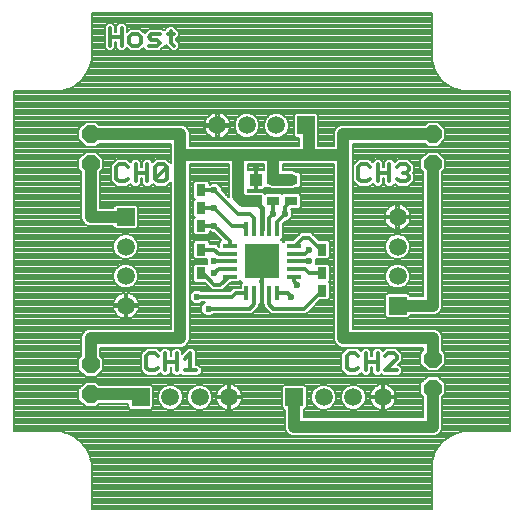
<source format=gtl>
G75*
%MOIN*%
%OFA0B0*%
%FSLAX25Y25*%
%IPPOS*%
%LPD*%
%AMOC8*
5,1,8,0,0,1.08239X$1,22.5*
%
%ADD10C,0.01200*%
%ADD11R,0.11811X0.11811*%
%ADD12R,0.04724X0.01378*%
%ADD13R,0.01378X0.04724*%
%ADD14R,0.03150X0.03937*%
%ADD15R,0.03937X0.03150*%
%ADD16R,0.03937X0.03937*%
%ADD17R,0.05906X0.05906*%
%ADD18C,0.05906*%
%ADD19OC8,0.05906*%
%ADD20C,0.01181*%
%ADD21C,0.02362*%
%ADD22C,0.00787*%
%ADD23C,0.01575*%
%ADD24C,0.03937*%
D10*
X0088279Y0058123D02*
X0089247Y0057155D01*
X0091182Y0057155D01*
X0092149Y0058123D01*
X0094725Y0057155D02*
X0094725Y0062960D01*
X0092149Y0061993D02*
X0091182Y0062960D01*
X0089247Y0062960D01*
X0088279Y0061993D01*
X0088279Y0058123D01*
X0094725Y0060058D02*
X0098595Y0060058D01*
X0101170Y0061025D02*
X0103105Y0062960D01*
X0103105Y0057155D01*
X0101170Y0057155D02*
X0105040Y0057155D01*
X0098595Y0057155D02*
X0098595Y0062960D01*
X0155208Y0061993D02*
X0155208Y0058123D01*
X0156176Y0057155D01*
X0158111Y0057155D01*
X0159078Y0058123D01*
X0161654Y0057155D02*
X0161654Y0062960D01*
X0159078Y0061993D02*
X0158111Y0062960D01*
X0156176Y0062960D01*
X0155208Y0061993D01*
X0161654Y0060058D02*
X0165524Y0060058D01*
X0165524Y0062960D02*
X0165524Y0057155D01*
X0168099Y0057155D02*
X0171969Y0061025D01*
X0171969Y0061993D01*
X0171002Y0062960D01*
X0169067Y0062960D01*
X0168099Y0061993D01*
X0168099Y0057155D02*
X0171969Y0057155D01*
X0173004Y0120147D02*
X0172036Y0121115D01*
X0173004Y0120147D02*
X0174939Y0120147D01*
X0175906Y0121115D01*
X0175906Y0122082D01*
X0174939Y0123050D01*
X0173971Y0123050D01*
X0174939Y0123050D02*
X0175906Y0124017D01*
X0175906Y0124985D01*
X0174939Y0125952D01*
X0173004Y0125952D01*
X0172036Y0124985D01*
X0169461Y0125952D02*
X0169461Y0120147D01*
X0169461Y0123050D02*
X0165591Y0123050D01*
X0165591Y0125952D02*
X0165591Y0120147D01*
X0163015Y0121115D02*
X0162048Y0120147D01*
X0160113Y0120147D01*
X0159145Y0121115D01*
X0159145Y0124985D01*
X0160113Y0125952D01*
X0162048Y0125952D01*
X0163015Y0124985D01*
X0097560Y0165423D02*
X0096592Y0166390D01*
X0096592Y0170260D01*
X0095625Y0169293D02*
X0097560Y0169293D01*
X0093049Y0169293D02*
X0090147Y0169293D01*
X0089179Y0168325D01*
X0090147Y0167358D01*
X0092082Y0167358D01*
X0093049Y0166390D01*
X0092082Y0165423D01*
X0089179Y0165423D01*
X0086604Y0166390D02*
X0086604Y0168325D01*
X0085636Y0169293D01*
X0083701Y0169293D01*
X0082734Y0168325D01*
X0082734Y0166390D01*
X0083701Y0165423D01*
X0085636Y0165423D01*
X0086604Y0166390D01*
X0080158Y0165423D02*
X0080158Y0171228D01*
X0080158Y0168325D02*
X0076288Y0168325D01*
X0076288Y0165423D02*
X0076288Y0171228D01*
X0079404Y0125952D02*
X0078437Y0124985D01*
X0078437Y0121115D01*
X0079404Y0120147D01*
X0081339Y0120147D01*
X0082307Y0121115D01*
X0084882Y0120147D02*
X0084882Y0125952D01*
X0082307Y0124985D02*
X0081339Y0125952D01*
X0079404Y0125952D01*
X0084882Y0123050D02*
X0088752Y0123050D01*
X0088752Y0125952D02*
X0088752Y0120147D01*
X0091328Y0121115D02*
X0091328Y0124985D01*
X0092295Y0125952D01*
X0094230Y0125952D01*
X0095198Y0124985D01*
X0091328Y0121115D01*
X0092295Y0120147D01*
X0094230Y0120147D01*
X0095198Y0121115D01*
X0095198Y0124985D01*
D11*
X0126875Y0093520D03*
D12*
X0137505Y0093520D03*
X0137505Y0096079D03*
X0137505Y0098638D03*
X0137505Y0090961D03*
X0137505Y0088402D03*
X0116245Y0088402D03*
X0116245Y0090961D03*
X0116245Y0093520D03*
X0116245Y0096079D03*
X0116245Y0098638D03*
D13*
X0121757Y0104150D03*
X0124316Y0104150D03*
X0126875Y0104150D03*
X0129434Y0104150D03*
X0131993Y0104150D03*
X0131993Y0082890D03*
X0129434Y0082890D03*
X0126875Y0082890D03*
X0124316Y0082890D03*
X0121757Y0082890D03*
D14*
X0106796Y0089583D03*
X0099710Y0089583D03*
X0099710Y0097457D03*
X0099710Y0105331D03*
X0099710Y0111236D03*
X0099710Y0117142D03*
X0106796Y0117142D03*
X0106796Y0111236D03*
X0106796Y0105331D03*
X0106796Y0097457D03*
X0146954Y0097457D03*
X0154040Y0097457D03*
X0154040Y0089583D03*
X0154040Y0083677D03*
X0146954Y0083677D03*
X0146954Y0089583D03*
D15*
X0136718Y0113598D03*
X0130812Y0113598D03*
X0130812Y0120685D03*
X0136718Y0120685D03*
D16*
X0124907Y0120685D03*
X0124907Y0113598D03*
D17*
X0141639Y0138795D03*
X0172151Y0078756D03*
X0137702Y0048244D03*
X0086521Y0048244D03*
X0081599Y0108283D03*
D18*
X0081599Y0098441D03*
X0081599Y0088598D03*
X0081599Y0078756D03*
X0096363Y0048244D03*
X0106206Y0048244D03*
X0116048Y0048244D03*
X0147544Y0048244D03*
X0157387Y0048244D03*
X0167229Y0048244D03*
X0172151Y0088598D03*
X0172151Y0098441D03*
X0172151Y0108283D03*
X0131796Y0138795D03*
X0121954Y0138795D03*
X0112111Y0138795D03*
D19*
X0069883Y0135921D03*
X0069883Y0125921D03*
X0069883Y0059150D03*
X0069883Y0049150D03*
X0183867Y0051118D03*
X0183867Y0061118D03*
X0183867Y0125921D03*
X0183867Y0135921D03*
D20*
X0146954Y0097457D02*
X0146560Y0097457D01*
X0142623Y0101394D01*
X0140655Y0101394D01*
X0137899Y0098638D01*
X0137505Y0098638D01*
X0137505Y0096079D02*
X0141245Y0096079D01*
X0142623Y0097457D01*
X0142623Y0093520D02*
X0137505Y0093520D01*
X0137505Y0090961D02*
X0141245Y0090961D01*
X0142623Y0089583D01*
X0146954Y0089583D01*
X0146954Y0083677D02*
X0141048Y0077772D01*
X0130812Y0077772D01*
X0129434Y0079150D01*
X0129434Y0082890D01*
X0126875Y0082890D02*
X0126875Y0083677D01*
X0126875Y0082890D02*
X0126875Y0093520D01*
X0137505Y0088402D02*
X0137505Y0086827D01*
X0138686Y0085646D01*
X0135536Y0082890D02*
X0136718Y0081709D01*
X0135536Y0082890D02*
X0131993Y0082890D01*
X0126875Y0082890D02*
X0126875Y0077772D01*
X0124316Y0079150D02*
X0122938Y0077772D01*
X0109158Y0077772D01*
X0105221Y0081709D02*
X0117033Y0081709D01*
X0118214Y0082890D01*
X0121757Y0082890D01*
X0124316Y0082890D02*
X0124316Y0079150D01*
X0116245Y0088402D02*
X0115851Y0088402D01*
X0113095Y0085646D01*
X0111127Y0085646D01*
X0107190Y0089583D01*
X0106796Y0089583D01*
X0111127Y0089583D02*
X0112505Y0090961D01*
X0116245Y0090961D01*
X0116245Y0093520D02*
X0111127Y0093520D01*
X0112505Y0096079D02*
X0111127Y0097457D01*
X0106796Y0097457D01*
X0112505Y0096079D02*
X0116245Y0096079D01*
X0116245Y0098638D02*
X0116245Y0100213D01*
X0111127Y0105331D01*
X0106796Y0105331D01*
X0106796Y0111236D02*
X0111127Y0111236D01*
X0117033Y0105331D01*
X0120576Y0105331D01*
X0121757Y0105331D01*
X0120576Y0105331D02*
X0121757Y0104150D01*
X0124316Y0104150D02*
X0124316Y0107890D01*
X0122938Y0109268D01*
X0119001Y0109268D01*
X0111127Y0117142D01*
X0106796Y0117142D01*
X0130812Y0113598D02*
X0130812Y0109268D01*
X0129434Y0107890D01*
X0129434Y0104150D01*
X0131993Y0104150D02*
X0131993Y0106512D01*
X0134749Y0109268D01*
X0134749Y0111630D01*
X0136718Y0113598D01*
X0141639Y0138795D02*
X0142623Y0138795D01*
D21*
X0124907Y0125016D03*
X0111127Y0117142D03*
X0111127Y0111236D03*
X0111127Y0105331D03*
X0111127Y0093520D03*
X0111127Y0089583D03*
X0105221Y0081709D03*
X0109158Y0077772D03*
X0122938Y0093520D03*
X0126875Y0097457D03*
X0130812Y0093520D03*
X0126875Y0089583D03*
X0136718Y0081709D03*
X0138686Y0085646D03*
X0142623Y0093520D03*
X0142623Y0097457D03*
X0134749Y0109268D03*
X0130812Y0109268D03*
D22*
X0044198Y0150213D02*
X0044198Y0036827D01*
X0059910Y0036827D01*
X0063587Y0035632D01*
X0063587Y0035632D01*
X0066715Y0033360D01*
X0066715Y0033360D01*
X0066715Y0033360D01*
X0068987Y0030232D01*
X0068987Y0030232D01*
X0070182Y0026555D01*
X0070182Y0010843D01*
X0183568Y0010843D01*
X0183568Y0026555D01*
X0184763Y0030232D01*
X0184763Y0030232D01*
X0187035Y0033360D01*
X0187035Y0033360D01*
X0190163Y0035632D01*
X0190163Y0035632D01*
X0193840Y0036827D01*
X0195610Y0036827D01*
X0209552Y0036827D01*
X0209552Y0150213D01*
X0193840Y0150213D01*
X0190163Y0151407D01*
X0190163Y0151407D01*
X0187035Y0153680D01*
X0187035Y0153680D01*
X0184763Y0156807D01*
X0184763Y0156807D01*
X0183568Y0160484D01*
X0183568Y0176197D01*
X0070182Y0176197D01*
X0070182Y0160484D01*
X0068987Y0156807D01*
X0068987Y0156807D01*
X0066715Y0153680D01*
X0066715Y0153680D01*
X0066715Y0153680D01*
X0063587Y0151407D01*
X0063587Y0151407D01*
X0059910Y0150213D01*
X0044198Y0150213D01*
X0044198Y0149552D02*
X0209552Y0149552D01*
X0209552Y0148767D02*
X0044198Y0148767D01*
X0044198Y0147981D02*
X0209552Y0147981D01*
X0209552Y0147195D02*
X0044198Y0147195D01*
X0044198Y0146409D02*
X0209552Y0146409D01*
X0209552Y0145623D02*
X0044198Y0145623D01*
X0044198Y0144837D02*
X0209552Y0144837D01*
X0209552Y0144051D02*
X0044198Y0144051D01*
X0044198Y0143265D02*
X0209552Y0143265D01*
X0209552Y0142479D02*
X0145531Y0142479D01*
X0145773Y0142237D02*
X0145081Y0142929D01*
X0138197Y0142929D01*
X0137505Y0142237D01*
X0137505Y0135353D01*
X0138197Y0134661D01*
X0139473Y0134661D01*
X0139473Y0132102D01*
X0102859Y0132102D01*
X0102859Y0136548D01*
X0102380Y0137705D01*
X0101494Y0138591D01*
X0100336Y0139071D01*
X0072579Y0139071D01*
X0071595Y0140055D01*
X0068171Y0140055D01*
X0065749Y0137634D01*
X0065749Y0134209D01*
X0068171Y0131787D01*
X0071595Y0131787D01*
X0072579Y0132772D01*
X0096560Y0132772D01*
X0096560Y0126141D01*
X0095935Y0126766D01*
X0094968Y0127733D01*
X0091557Y0127733D01*
X0090567Y0126742D01*
X0090524Y0126700D01*
X0089490Y0127733D01*
X0088014Y0127733D01*
X0086971Y0126690D01*
X0086971Y0124831D01*
X0086663Y0124831D01*
X0086663Y0126690D01*
X0085620Y0127733D01*
X0084144Y0127733D01*
X0083111Y0126700D01*
X0082077Y0127733D01*
X0078666Y0127733D01*
X0077646Y0126713D01*
X0077623Y0126690D01*
X0076670Y0125737D01*
X0076656Y0125722D01*
X0076656Y0120377D01*
X0077623Y0119409D01*
X0078666Y0118366D01*
X0082077Y0118366D01*
X0083111Y0119400D01*
X0084144Y0118366D01*
X0085620Y0118366D01*
X0086663Y0119409D01*
X0086663Y0121269D01*
X0086971Y0121269D01*
X0086971Y0119409D01*
X0088014Y0118366D01*
X0089490Y0118366D01*
X0090524Y0119400D01*
X0090590Y0119334D01*
X0091557Y0118366D01*
X0094968Y0118366D01*
X0094982Y0118381D01*
X0095935Y0119334D01*
X0095935Y0119334D01*
X0095959Y0119357D01*
X0096560Y0119958D01*
X0096560Y0071079D01*
X0069256Y0071079D01*
X0068099Y0070599D01*
X0067213Y0069713D01*
X0066733Y0068556D01*
X0066733Y0061846D01*
X0065749Y0060862D01*
X0065749Y0057437D01*
X0068171Y0055016D01*
X0071595Y0055016D01*
X0074017Y0057437D01*
X0074017Y0060862D01*
X0073032Y0061846D01*
X0073032Y0064780D01*
X0100336Y0064780D01*
X0101494Y0065259D01*
X0102380Y0066145D01*
X0102859Y0067303D01*
X0102859Y0125803D01*
X0115851Y0125803D01*
X0115851Y0114923D01*
X0113489Y0117285D01*
X0113489Y0118120D01*
X0112105Y0119504D01*
X0110149Y0119504D01*
X0109558Y0118913D01*
X0109552Y0118913D01*
X0109552Y0119599D01*
X0108860Y0120291D01*
X0104732Y0120291D01*
X0104040Y0119599D01*
X0104040Y0114684D01*
X0104535Y0114189D01*
X0104040Y0113694D01*
X0104040Y0108778D01*
X0104535Y0108283D01*
X0104040Y0107788D01*
X0104040Y0102873D01*
X0104732Y0102181D01*
X0108860Y0102181D01*
X0109552Y0102873D01*
X0109552Y0103559D01*
X0109558Y0103559D01*
X0110149Y0102969D01*
X0110984Y0102969D01*
X0113444Y0100508D01*
X0113394Y0100508D01*
X0112702Y0099816D01*
X0112702Y0098387D01*
X0111861Y0099228D01*
X0109552Y0099228D01*
X0109552Y0099914D01*
X0108860Y0100606D01*
X0104732Y0100606D01*
X0104040Y0099914D01*
X0104040Y0094999D01*
X0104732Y0094307D01*
X0108765Y0094307D01*
X0108765Y0092732D01*
X0104732Y0092732D01*
X0104040Y0092040D01*
X0104040Y0087125D01*
X0104732Y0086433D01*
X0107834Y0086433D01*
X0109355Y0084912D01*
X0110393Y0083874D01*
X0113829Y0083874D01*
X0114867Y0084912D01*
X0116487Y0086531D01*
X0119097Y0086531D01*
X0119665Y0087100D01*
X0119671Y0087076D01*
X0119854Y0086758D01*
X0120114Y0086499D01*
X0120432Y0086315D01*
X0120455Y0086309D01*
X0119887Y0085741D01*
X0119887Y0084661D01*
X0117480Y0084661D01*
X0116299Y0083480D01*
X0106790Y0083480D01*
X0106200Y0084071D01*
X0104243Y0084071D01*
X0102859Y0082687D01*
X0102859Y0080730D01*
X0104243Y0079346D01*
X0106200Y0079346D01*
X0106790Y0079937D01*
X0107983Y0079937D01*
X0106796Y0078750D01*
X0106796Y0076793D01*
X0108180Y0075409D01*
X0110137Y0075409D01*
X0110727Y0076000D01*
X0123672Y0076000D01*
X0124710Y0077038D01*
X0126088Y0078416D01*
X0126088Y0079134D01*
X0126875Y0079134D01*
X0126875Y0082890D01*
X0126875Y0086646D01*
X0126875Y0082890D01*
X0126875Y0082890D01*
X0126875Y0079134D01*
X0127662Y0079134D01*
X0127662Y0078416D01*
X0129040Y0077038D01*
X0130078Y0076000D01*
X0141782Y0076000D01*
X0142820Y0077038D01*
X0146310Y0080528D01*
X0149018Y0080528D01*
X0149710Y0081219D01*
X0149710Y0086135D01*
X0149215Y0086630D01*
X0149710Y0087125D01*
X0149710Y0092040D01*
X0149018Y0092732D01*
X0144985Y0092732D01*
X0144985Y0094307D01*
X0149018Y0094307D01*
X0149710Y0094999D01*
X0149710Y0099914D01*
X0149018Y0100606D01*
X0145916Y0100606D01*
X0144395Y0102128D01*
X0143357Y0103165D01*
X0139921Y0103165D01*
X0138883Y0102128D01*
X0137263Y0100508D01*
X0134654Y0100508D01*
X0134085Y0099940D01*
X0134079Y0099963D01*
X0133896Y0100281D01*
X0133636Y0100540D01*
X0133318Y0100724D01*
X0133295Y0100730D01*
X0133863Y0101298D01*
X0133863Y0105876D01*
X0134892Y0106906D01*
X0135727Y0106906D01*
X0137111Y0108289D01*
X0137111Y0110246D01*
X0136521Y0110837D01*
X0136521Y0110843D01*
X0139175Y0110843D01*
X0139867Y0111534D01*
X0139867Y0115662D01*
X0139175Y0116354D01*
X0134260Y0116354D01*
X0133765Y0115859D01*
X0133270Y0116354D01*
X0128354Y0116354D01*
X0128056Y0116056D01*
X0128056Y0116056D01*
X0127364Y0116748D01*
X0122151Y0116748D01*
X0122151Y0117562D01*
X0122400Y0117418D01*
X0122755Y0117323D01*
X0124513Y0117323D01*
X0124513Y0120291D01*
X0125300Y0120291D01*
X0125300Y0117323D01*
X0127059Y0117323D01*
X0127413Y0117418D01*
X0127731Y0117601D01*
X0127990Y0117861D01*
X0128149Y0118135D01*
X0128354Y0117929D01*
X0129235Y0117929D01*
X0130186Y0117535D01*
X0137344Y0117535D01*
X0138295Y0117929D01*
X0139175Y0117929D01*
X0139867Y0118621D01*
X0139867Y0122749D01*
X0139175Y0123441D01*
X0138295Y0123441D01*
X0137344Y0123835D01*
X0133962Y0123835D01*
X0133962Y0125803D01*
X0150891Y0125803D01*
X0150891Y0067303D01*
X0151370Y0066145D01*
X0152256Y0065259D01*
X0153414Y0064780D01*
X0180718Y0064780D01*
X0180718Y0063815D01*
X0179733Y0062830D01*
X0179733Y0059406D01*
X0182155Y0056984D01*
X0185579Y0056984D01*
X0188001Y0059406D01*
X0188001Y0062830D01*
X0187017Y0063815D01*
X0187017Y0068556D01*
X0186537Y0069713D01*
X0185651Y0070599D01*
X0184494Y0071079D01*
X0157190Y0071079D01*
X0157190Y0132772D01*
X0181171Y0132772D01*
X0182155Y0131787D01*
X0185579Y0131787D01*
X0188001Y0134209D01*
X0188001Y0137634D01*
X0185579Y0140055D01*
X0182155Y0140055D01*
X0181171Y0139071D01*
X0153414Y0139071D01*
X0152256Y0138591D01*
X0151370Y0137705D01*
X0150891Y0136548D01*
X0150891Y0132102D01*
X0145773Y0132102D01*
X0145773Y0142237D01*
X0145773Y0141693D02*
X0209552Y0141693D01*
X0209552Y0140907D02*
X0145773Y0140907D01*
X0145773Y0140121D02*
X0209552Y0140121D01*
X0209552Y0139336D02*
X0186299Y0139336D01*
X0187085Y0138550D02*
X0209552Y0138550D01*
X0209552Y0137764D02*
X0187871Y0137764D01*
X0188001Y0136978D02*
X0209552Y0136978D01*
X0209552Y0136192D02*
X0188001Y0136192D01*
X0188001Y0135406D02*
X0209552Y0135406D01*
X0209552Y0134620D02*
X0188001Y0134620D01*
X0187626Y0133834D02*
X0209552Y0133834D01*
X0209552Y0133048D02*
X0186840Y0133048D01*
X0186054Y0132262D02*
X0209552Y0132262D01*
X0209552Y0131476D02*
X0157190Y0131476D01*
X0157190Y0130691D02*
X0209552Y0130691D01*
X0209552Y0129905D02*
X0185730Y0129905D01*
X0185579Y0130055D02*
X0182155Y0130055D01*
X0179733Y0127634D01*
X0179733Y0124209D01*
X0180718Y0123225D01*
X0180718Y0081905D01*
X0176284Y0081905D01*
X0176284Y0082198D01*
X0175593Y0082890D01*
X0168709Y0082890D01*
X0168017Y0082198D01*
X0168017Y0075314D01*
X0168709Y0074622D01*
X0175593Y0074622D01*
X0176284Y0075314D01*
X0176284Y0075606D01*
X0184494Y0075606D01*
X0185651Y0076086D01*
X0186537Y0076972D01*
X0187017Y0078129D01*
X0187017Y0123225D01*
X0188001Y0124209D01*
X0188001Y0127634D01*
X0185579Y0130055D01*
X0186516Y0129119D02*
X0209552Y0129119D01*
X0209552Y0128333D02*
X0187302Y0128333D01*
X0188001Y0127547D02*
X0209552Y0127547D01*
X0209552Y0126761D02*
X0188001Y0126761D01*
X0188001Y0125975D02*
X0209552Y0125975D01*
X0209552Y0125189D02*
X0188001Y0125189D01*
X0188001Y0124403D02*
X0209552Y0124403D01*
X0209552Y0123617D02*
X0187409Y0123617D01*
X0187017Y0122831D02*
X0209552Y0122831D01*
X0209552Y0122045D02*
X0187017Y0122045D01*
X0187017Y0121260D02*
X0209552Y0121260D01*
X0209552Y0120474D02*
X0187017Y0120474D01*
X0187017Y0119688D02*
X0209552Y0119688D01*
X0209552Y0118902D02*
X0187017Y0118902D01*
X0187017Y0118116D02*
X0209552Y0118116D01*
X0209552Y0117330D02*
X0187017Y0117330D01*
X0187017Y0116544D02*
X0209552Y0116544D01*
X0209552Y0115758D02*
X0187017Y0115758D01*
X0187017Y0114972D02*
X0209552Y0114972D01*
X0209552Y0114186D02*
X0187017Y0114186D01*
X0187017Y0113400D02*
X0209552Y0113400D01*
X0209552Y0112615D02*
X0187017Y0112615D01*
X0187017Y0111829D02*
X0209552Y0111829D01*
X0209552Y0111043D02*
X0187017Y0111043D01*
X0187017Y0110257D02*
X0209552Y0110257D01*
X0209552Y0109471D02*
X0187017Y0109471D01*
X0187017Y0108685D02*
X0209552Y0108685D01*
X0209552Y0107899D02*
X0187017Y0107899D01*
X0187017Y0107113D02*
X0209552Y0107113D01*
X0209552Y0106327D02*
X0187017Y0106327D01*
X0187017Y0105541D02*
X0209552Y0105541D01*
X0209552Y0104755D02*
X0187017Y0104755D01*
X0187017Y0103969D02*
X0209552Y0103969D01*
X0209552Y0103184D02*
X0187017Y0103184D01*
X0187017Y0102398D02*
X0209552Y0102398D01*
X0209552Y0101612D02*
X0187017Y0101612D01*
X0187017Y0100826D02*
X0209552Y0100826D01*
X0209552Y0100040D02*
X0187017Y0100040D01*
X0187017Y0099254D02*
X0209552Y0099254D01*
X0209552Y0098468D02*
X0187017Y0098468D01*
X0187017Y0097682D02*
X0209552Y0097682D01*
X0209552Y0096896D02*
X0187017Y0096896D01*
X0187017Y0096110D02*
X0209552Y0096110D01*
X0209552Y0095324D02*
X0187017Y0095324D01*
X0187017Y0094539D02*
X0209552Y0094539D01*
X0209552Y0093753D02*
X0187017Y0093753D01*
X0187017Y0092967D02*
X0209552Y0092967D01*
X0209552Y0092181D02*
X0187017Y0092181D01*
X0187017Y0091395D02*
X0209552Y0091395D01*
X0209552Y0090609D02*
X0187017Y0090609D01*
X0187017Y0089823D02*
X0209552Y0089823D01*
X0209552Y0089037D02*
X0187017Y0089037D01*
X0187017Y0088251D02*
X0209552Y0088251D01*
X0209552Y0087465D02*
X0187017Y0087465D01*
X0187017Y0086679D02*
X0209552Y0086679D01*
X0209552Y0085893D02*
X0187017Y0085893D01*
X0187017Y0085108D02*
X0209552Y0085108D01*
X0209552Y0084322D02*
X0187017Y0084322D01*
X0187017Y0083536D02*
X0209552Y0083536D01*
X0209552Y0082750D02*
X0187017Y0082750D01*
X0187017Y0081964D02*
X0209552Y0081964D01*
X0209552Y0081178D02*
X0187017Y0081178D01*
X0187017Y0080392D02*
X0209552Y0080392D01*
X0209552Y0079606D02*
X0187017Y0079606D01*
X0187017Y0078820D02*
X0209552Y0078820D01*
X0209552Y0078034D02*
X0186977Y0078034D01*
X0186652Y0077248D02*
X0209552Y0077248D01*
X0209552Y0076463D02*
X0186028Y0076463D01*
X0184663Y0075677D02*
X0209552Y0075677D01*
X0209552Y0074891D02*
X0175861Y0074891D01*
X0176284Y0081964D02*
X0180718Y0081964D01*
X0180718Y0082750D02*
X0175733Y0082750D01*
X0174492Y0085094D02*
X0175655Y0086257D01*
X0176284Y0087776D01*
X0176284Y0089421D01*
X0175655Y0090940D01*
X0174492Y0092103D01*
X0172973Y0092732D01*
X0171328Y0092732D01*
X0169809Y0092103D01*
X0168646Y0090940D01*
X0168017Y0089421D01*
X0168017Y0087776D01*
X0168646Y0086257D01*
X0169809Y0085094D01*
X0171328Y0084465D01*
X0172973Y0084465D01*
X0174492Y0085094D01*
X0174506Y0085108D02*
X0180718Y0085108D01*
X0180718Y0085893D02*
X0175292Y0085893D01*
X0175830Y0086679D02*
X0180718Y0086679D01*
X0180718Y0087465D02*
X0176156Y0087465D01*
X0176284Y0088251D02*
X0180718Y0088251D01*
X0180718Y0089037D02*
X0176284Y0089037D01*
X0176118Y0089823D02*
X0180718Y0089823D01*
X0180718Y0090609D02*
X0175792Y0090609D01*
X0175200Y0091395D02*
X0180718Y0091395D01*
X0180718Y0092181D02*
X0174304Y0092181D01*
X0173532Y0094539D02*
X0180718Y0094539D01*
X0180718Y0095324D02*
X0174880Y0095324D01*
X0174492Y0094936D02*
X0175655Y0096099D01*
X0176284Y0097619D01*
X0176284Y0099263D01*
X0175655Y0100783D01*
X0174492Y0101945D01*
X0172973Y0102575D01*
X0171328Y0102575D01*
X0169809Y0101945D01*
X0168646Y0100783D01*
X0168017Y0099263D01*
X0168017Y0097619D01*
X0168646Y0096099D01*
X0169809Y0094936D01*
X0171328Y0094307D01*
X0172973Y0094307D01*
X0174492Y0094936D01*
X0175660Y0096110D02*
X0180718Y0096110D01*
X0180718Y0096896D02*
X0175985Y0096896D01*
X0176284Y0097682D02*
X0180718Y0097682D01*
X0180718Y0098468D02*
X0176284Y0098468D01*
X0176284Y0099254D02*
X0180718Y0099254D01*
X0180718Y0100040D02*
X0175963Y0100040D01*
X0175612Y0100826D02*
X0180718Y0100826D01*
X0180718Y0101612D02*
X0174826Y0101612D01*
X0173401Y0102398D02*
X0180718Y0102398D01*
X0180718Y0103184D02*
X0157190Y0103184D01*
X0157190Y0103969D02*
X0171604Y0103969D01*
X0171757Y0103969D02*
X0172544Y0103969D01*
X0172544Y0103945D02*
X0173168Y0104044D01*
X0173819Y0104255D01*
X0174429Y0104566D01*
X0174982Y0104968D01*
X0175466Y0105452D01*
X0175868Y0106005D01*
X0176179Y0106615D01*
X0176390Y0107266D01*
X0176489Y0107890D01*
X0172544Y0107890D01*
X0172544Y0103945D01*
X0172698Y0103969D02*
X0180718Y0103969D01*
X0180718Y0104755D02*
X0174689Y0104755D01*
X0175531Y0105541D02*
X0180718Y0105541D01*
X0180718Y0106327D02*
X0176032Y0106327D01*
X0176340Y0107113D02*
X0180718Y0107113D01*
X0180718Y0107899D02*
X0172544Y0107899D01*
X0172544Y0107890D02*
X0172544Y0108677D01*
X0171757Y0108677D01*
X0171757Y0107890D01*
X0167812Y0107890D01*
X0167911Y0107266D01*
X0168123Y0106615D01*
X0168433Y0106005D01*
X0168835Y0105452D01*
X0169319Y0104968D01*
X0169873Y0104566D01*
X0170482Y0104255D01*
X0171133Y0104044D01*
X0171757Y0103945D01*
X0171757Y0107890D01*
X0172544Y0107890D01*
X0172544Y0107113D02*
X0171757Y0107113D01*
X0171757Y0106327D02*
X0172544Y0106327D01*
X0172544Y0105541D02*
X0171757Y0105541D01*
X0171757Y0104755D02*
X0172544Y0104755D01*
X0170901Y0102398D02*
X0157190Y0102398D01*
X0157190Y0101612D02*
X0169475Y0101612D01*
X0168689Y0100826D02*
X0157190Y0100826D01*
X0157190Y0100040D02*
X0168338Y0100040D01*
X0168017Y0099254D02*
X0157190Y0099254D01*
X0157190Y0098468D02*
X0168017Y0098468D01*
X0168017Y0097682D02*
X0157190Y0097682D01*
X0157190Y0096896D02*
X0168316Y0096896D01*
X0168642Y0096110D02*
X0157190Y0096110D01*
X0157190Y0095324D02*
X0169421Y0095324D01*
X0170770Y0094539D02*
X0157190Y0094539D01*
X0157190Y0093753D02*
X0180718Y0093753D01*
X0180718Y0092967D02*
X0157190Y0092967D01*
X0157190Y0092181D02*
X0169997Y0092181D01*
X0169101Y0091395D02*
X0157190Y0091395D01*
X0157190Y0090609D02*
X0168509Y0090609D01*
X0168183Y0089823D02*
X0157190Y0089823D01*
X0157190Y0089037D02*
X0168017Y0089037D01*
X0168017Y0088251D02*
X0157190Y0088251D01*
X0157190Y0087465D02*
X0168146Y0087465D01*
X0168471Y0086679D02*
X0157190Y0086679D01*
X0157190Y0085893D02*
X0169009Y0085893D01*
X0169795Y0085108D02*
X0157190Y0085108D01*
X0157190Y0084322D02*
X0180718Y0084322D01*
X0180718Y0083536D02*
X0157190Y0083536D01*
X0157190Y0082750D02*
X0168569Y0082750D01*
X0168017Y0081964D02*
X0157190Y0081964D01*
X0157190Y0081178D02*
X0168017Y0081178D01*
X0168017Y0080392D02*
X0157190Y0080392D01*
X0157190Y0079606D02*
X0168017Y0079606D01*
X0168017Y0078820D02*
X0157190Y0078820D01*
X0157190Y0078034D02*
X0168017Y0078034D01*
X0168017Y0077248D02*
X0157190Y0077248D01*
X0157190Y0076463D02*
X0168017Y0076463D01*
X0168017Y0075677D02*
X0157190Y0075677D01*
X0157190Y0074891D02*
X0168440Y0074891D01*
X0168329Y0064741D02*
X0167834Y0064247D01*
X0167295Y0063707D01*
X0166262Y0064741D01*
X0164786Y0064741D01*
X0163743Y0063698D01*
X0163743Y0061839D01*
X0163435Y0061839D01*
X0163435Y0063698D01*
X0162392Y0064741D01*
X0160916Y0064741D01*
X0159882Y0063707D01*
X0158849Y0064741D01*
X0155438Y0064741D01*
X0154418Y0063721D01*
X0154395Y0063698D01*
X0153442Y0062745D01*
X0153427Y0062730D01*
X0153427Y0057385D01*
X0154395Y0056417D01*
X0155438Y0055374D01*
X0158849Y0055374D01*
X0159882Y0056408D01*
X0160916Y0055374D01*
X0162392Y0055374D01*
X0163435Y0056417D01*
X0163435Y0058276D01*
X0163743Y0058276D01*
X0163743Y0056417D01*
X0164786Y0055374D01*
X0166262Y0055374D01*
X0166812Y0055924D01*
X0167362Y0055374D01*
X0172707Y0055374D01*
X0173750Y0056417D01*
X0173750Y0057893D01*
X0172707Y0058936D01*
X0172399Y0058936D01*
X0172707Y0059244D01*
X0173750Y0060287D01*
X0173750Y0062730D01*
X0172783Y0063698D01*
X0171740Y0064741D01*
X0168329Y0064741D01*
X0168262Y0064674D02*
X0166329Y0064674D01*
X0167115Y0063888D02*
X0167476Y0063888D01*
X0164719Y0064674D02*
X0162459Y0064674D01*
X0163245Y0063888D02*
X0163933Y0063888D01*
X0163743Y0063102D02*
X0163435Y0063102D01*
X0163435Y0062316D02*
X0163743Y0062316D01*
X0160849Y0064674D02*
X0158916Y0064674D01*
X0159702Y0063888D02*
X0160063Y0063888D01*
X0155371Y0064674D02*
X0103910Y0064674D01*
X0103858Y0064726D02*
X0103843Y0064741D01*
X0102367Y0064741D01*
X0100376Y0062749D01*
X0100376Y0063698D01*
X0099332Y0064741D01*
X0097857Y0064741D01*
X0096814Y0063698D01*
X0096814Y0061839D01*
X0096506Y0061839D01*
X0096506Y0063698D01*
X0095462Y0064741D01*
X0093987Y0064741D01*
X0092953Y0063707D01*
X0091919Y0064741D01*
X0088509Y0064741D01*
X0087489Y0063721D01*
X0087466Y0063698D01*
X0086513Y0062745D01*
X0086498Y0062730D01*
X0086498Y0057385D01*
X0087466Y0056417D01*
X0088509Y0055374D01*
X0091919Y0055374D01*
X0092953Y0056408D01*
X0093987Y0055374D01*
X0095462Y0055374D01*
X0096506Y0056417D01*
X0096506Y0058276D01*
X0096814Y0058276D01*
X0096814Y0056417D01*
X0097857Y0055374D01*
X0099332Y0055374D01*
X0099882Y0055924D01*
X0100432Y0055374D01*
X0105778Y0055374D01*
X0106821Y0056417D01*
X0106821Y0057893D01*
X0105778Y0058936D01*
X0104886Y0058936D01*
X0104886Y0063698D01*
X0103858Y0064726D01*
X0104696Y0063888D02*
X0154585Y0063888D01*
X0153799Y0063102D02*
X0104886Y0063102D01*
X0104886Y0062316D02*
X0153427Y0062316D01*
X0153427Y0061530D02*
X0104886Y0061530D01*
X0104886Y0060744D02*
X0153427Y0060744D01*
X0153427Y0059958D02*
X0104886Y0059958D01*
X0104886Y0059172D02*
X0153427Y0059172D01*
X0153427Y0058387D02*
X0106328Y0058387D01*
X0106821Y0057601D02*
X0153427Y0057601D01*
X0153997Y0056815D02*
X0106821Y0056815D01*
X0106433Y0056029D02*
X0154783Y0056029D01*
X0156565Y0052378D02*
X0155045Y0051749D01*
X0153882Y0050586D01*
X0153253Y0049066D01*
X0153253Y0047422D01*
X0153882Y0045902D01*
X0155045Y0044740D01*
X0156565Y0044110D01*
X0158209Y0044110D01*
X0159728Y0044740D01*
X0160891Y0045902D01*
X0161521Y0047422D01*
X0161521Y0049066D01*
X0160891Y0050586D01*
X0159728Y0051749D01*
X0158209Y0052378D01*
X0156565Y0052378D01*
X0155892Y0052099D02*
X0149039Y0052099D01*
X0148367Y0052378D02*
X0149886Y0051749D01*
X0151049Y0050586D01*
X0151678Y0049066D01*
X0151678Y0047422D01*
X0151049Y0045902D01*
X0149886Y0044740D01*
X0148367Y0044110D01*
X0146722Y0044110D01*
X0145203Y0044740D01*
X0144040Y0045902D01*
X0143410Y0047422D01*
X0143410Y0049066D01*
X0144040Y0050586D01*
X0145203Y0051749D01*
X0146722Y0052378D01*
X0148367Y0052378D01*
X0150321Y0051313D02*
X0154610Y0051313D01*
X0153858Y0050527D02*
X0151073Y0050527D01*
X0151399Y0049741D02*
X0153533Y0049741D01*
X0153253Y0048956D02*
X0151678Y0048956D01*
X0151678Y0048170D02*
X0153253Y0048170D01*
X0153269Y0047384D02*
X0151662Y0047384D01*
X0151337Y0046598D02*
X0153594Y0046598D01*
X0153973Y0045812D02*
X0150958Y0045812D01*
X0150172Y0045026D02*
X0154759Y0045026D01*
X0156251Y0044240D02*
X0148680Y0044240D01*
X0146409Y0044240D02*
X0141274Y0044240D01*
X0141144Y0044110D02*
X0141836Y0044802D01*
X0141836Y0051686D01*
X0141144Y0052378D01*
X0134260Y0052378D01*
X0133568Y0051686D01*
X0133568Y0044802D01*
X0134260Y0044110D01*
X0134552Y0044110D01*
X0134552Y0037775D01*
X0135032Y0036617D01*
X0135918Y0035731D01*
X0137075Y0035252D01*
X0184494Y0035252D01*
X0185651Y0035731D01*
X0186537Y0036617D01*
X0187017Y0037775D01*
X0187017Y0048422D01*
X0188001Y0049406D01*
X0188001Y0052830D01*
X0185579Y0055252D01*
X0182155Y0055252D01*
X0179733Y0052830D01*
X0179733Y0049406D01*
X0180718Y0048422D01*
X0180718Y0041551D01*
X0140851Y0041551D01*
X0140851Y0044110D01*
X0141144Y0044110D01*
X0140851Y0043454D02*
X0180718Y0043454D01*
X0180718Y0042668D02*
X0140851Y0042668D01*
X0140851Y0041882D02*
X0180718Y0041882D01*
X0180718Y0044240D02*
X0168945Y0044240D01*
X0168898Y0044216D02*
X0169507Y0044527D01*
X0170061Y0044929D01*
X0170545Y0045413D01*
X0170947Y0045966D01*
X0171257Y0046576D01*
X0171469Y0047226D01*
X0171568Y0047850D01*
X0167623Y0047850D01*
X0167623Y0043906D01*
X0168247Y0044005D01*
X0168898Y0044216D01*
X0167623Y0044240D02*
X0166836Y0044240D01*
X0166836Y0043906D02*
X0166836Y0047850D01*
X0167623Y0047850D01*
X0167623Y0048638D01*
X0166836Y0048638D01*
X0166836Y0052582D01*
X0166212Y0052484D01*
X0165561Y0052272D01*
X0164951Y0051962D01*
X0164398Y0051559D01*
X0163914Y0051076D01*
X0163512Y0050522D01*
X0163201Y0049913D01*
X0162990Y0049262D01*
X0162891Y0048638D01*
X0166836Y0048638D01*
X0166836Y0047850D01*
X0162891Y0047850D01*
X0162990Y0047226D01*
X0163201Y0046576D01*
X0163512Y0045966D01*
X0163914Y0045413D01*
X0164398Y0044929D01*
X0164951Y0044527D01*
X0165561Y0044216D01*
X0166212Y0044005D01*
X0166836Y0043906D01*
X0166836Y0045026D02*
X0167623Y0045026D01*
X0167623Y0045812D02*
X0166836Y0045812D01*
X0166836Y0046598D02*
X0167623Y0046598D01*
X0167623Y0047384D02*
X0166836Y0047384D01*
X0166836Y0048170D02*
X0161521Y0048170D01*
X0161521Y0048956D02*
X0162941Y0048956D01*
X0163146Y0049741D02*
X0161241Y0049741D01*
X0160916Y0050527D02*
X0163516Y0050527D01*
X0164152Y0051313D02*
X0160164Y0051313D01*
X0158882Y0052099D02*
X0165222Y0052099D01*
X0166836Y0052099D02*
X0167623Y0052099D01*
X0167623Y0052582D02*
X0168247Y0052484D01*
X0168898Y0052272D01*
X0169507Y0051962D01*
X0170061Y0051559D01*
X0170545Y0051076D01*
X0170947Y0050522D01*
X0171257Y0049913D01*
X0171469Y0049262D01*
X0171568Y0048638D01*
X0167623Y0048638D01*
X0167623Y0052582D01*
X0167623Y0051313D02*
X0166836Y0051313D01*
X0166836Y0050527D02*
X0167623Y0050527D01*
X0167623Y0049741D02*
X0166836Y0049741D01*
X0166836Y0048956D02*
X0167623Y0048956D01*
X0167623Y0048170D02*
X0180718Y0048170D01*
X0180718Y0047384D02*
X0171494Y0047384D01*
X0171265Y0046598D02*
X0180718Y0046598D01*
X0180718Y0045812D02*
X0170835Y0045812D01*
X0170158Y0045026D02*
X0180718Y0045026D01*
X0180184Y0048956D02*
X0171517Y0048956D01*
X0171313Y0049741D02*
X0179733Y0049741D01*
X0179733Y0050527D02*
X0170943Y0050527D01*
X0170307Y0051313D02*
X0179733Y0051313D01*
X0179733Y0052099D02*
X0169237Y0052099D01*
X0173362Y0056029D02*
X0209552Y0056029D01*
X0209552Y0056815D02*
X0173750Y0056815D01*
X0173750Y0057601D02*
X0181538Y0057601D01*
X0180753Y0058387D02*
X0173257Y0058387D01*
X0172635Y0059172D02*
X0179967Y0059172D01*
X0179733Y0059958D02*
X0173421Y0059958D01*
X0173750Y0060744D02*
X0179733Y0060744D01*
X0179733Y0061530D02*
X0173750Y0061530D01*
X0173750Y0062316D02*
X0179733Y0062316D01*
X0180005Y0063102D02*
X0173379Y0063102D01*
X0172593Y0063888D02*
X0180718Y0063888D01*
X0180718Y0064674D02*
X0171807Y0064674D01*
X0163743Y0057601D02*
X0163435Y0057601D01*
X0163435Y0056815D02*
X0163743Y0056815D01*
X0164131Y0056029D02*
X0163046Y0056029D01*
X0160261Y0056029D02*
X0159503Y0056029D01*
X0161505Y0047384D02*
X0162965Y0047384D01*
X0163194Y0046598D02*
X0161179Y0046598D01*
X0160801Y0045812D02*
X0163624Y0045812D01*
X0164301Y0045026D02*
X0160015Y0045026D01*
X0158523Y0044240D02*
X0165514Y0044240D01*
X0179788Y0052885D02*
X0071994Y0052885D01*
X0071595Y0053283D02*
X0072579Y0052299D01*
X0083000Y0052299D01*
X0083079Y0052378D01*
X0089963Y0052378D01*
X0090655Y0051686D01*
X0090655Y0044802D01*
X0089963Y0044110D01*
X0083079Y0044110D01*
X0082387Y0044802D01*
X0082387Y0046000D01*
X0072579Y0046000D01*
X0071595Y0045016D01*
X0068171Y0045016D01*
X0065749Y0047437D01*
X0065749Y0050862D01*
X0068171Y0053283D01*
X0071595Y0053283D01*
X0071822Y0055243D02*
X0182146Y0055243D01*
X0181360Y0054457D02*
X0044198Y0054457D01*
X0044198Y0055243D02*
X0067943Y0055243D01*
X0067158Y0056029D02*
X0044198Y0056029D01*
X0044198Y0056815D02*
X0066372Y0056815D01*
X0065749Y0057601D02*
X0044198Y0057601D01*
X0044198Y0058387D02*
X0065749Y0058387D01*
X0065749Y0059172D02*
X0044198Y0059172D01*
X0044198Y0059958D02*
X0065749Y0059958D01*
X0065749Y0060744D02*
X0044198Y0060744D01*
X0044198Y0061530D02*
X0066417Y0061530D01*
X0066733Y0062316D02*
X0044198Y0062316D01*
X0044198Y0063102D02*
X0066733Y0063102D01*
X0066733Y0063888D02*
X0044198Y0063888D01*
X0044198Y0064674D02*
X0066733Y0064674D01*
X0066733Y0065460D02*
X0044198Y0065460D01*
X0044198Y0066246D02*
X0066733Y0066246D01*
X0066733Y0067032D02*
X0044198Y0067032D01*
X0044198Y0067817D02*
X0066733Y0067817D01*
X0066753Y0068603D02*
X0044198Y0068603D01*
X0044198Y0069389D02*
X0067079Y0069389D01*
X0067675Y0070175D02*
X0044198Y0070175D01*
X0044198Y0070961D02*
X0068973Y0070961D01*
X0073032Y0064674D02*
X0088442Y0064674D01*
X0087656Y0063888D02*
X0073032Y0063888D01*
X0073032Y0063102D02*
X0086870Y0063102D01*
X0086498Y0062316D02*
X0073032Y0062316D01*
X0073348Y0061530D02*
X0086498Y0061530D01*
X0086498Y0060744D02*
X0074017Y0060744D01*
X0074017Y0059958D02*
X0086498Y0059958D01*
X0086498Y0059172D02*
X0074017Y0059172D01*
X0074017Y0058387D02*
X0086498Y0058387D01*
X0086498Y0057601D02*
X0074017Y0057601D01*
X0073394Y0056815D02*
X0087068Y0056815D01*
X0087854Y0056029D02*
X0072608Y0056029D01*
X0067772Y0052885D02*
X0044198Y0052885D01*
X0044198Y0052099D02*
X0066986Y0052099D01*
X0066200Y0051313D02*
X0044198Y0051313D01*
X0044198Y0050527D02*
X0065749Y0050527D01*
X0065749Y0049741D02*
X0044198Y0049741D01*
X0044198Y0048956D02*
X0065749Y0048956D01*
X0065749Y0048170D02*
X0044198Y0048170D01*
X0044198Y0047384D02*
X0065803Y0047384D01*
X0066589Y0046598D02*
X0044198Y0046598D01*
X0044198Y0045812D02*
X0067374Y0045812D01*
X0068160Y0045026D02*
X0044198Y0045026D01*
X0044198Y0044240D02*
X0082949Y0044240D01*
X0082387Y0045026D02*
X0071605Y0045026D01*
X0072391Y0045812D02*
X0082387Y0045812D01*
X0090093Y0044240D02*
X0095227Y0044240D01*
X0095541Y0044110D02*
X0094022Y0044740D01*
X0092859Y0045902D01*
X0092229Y0047422D01*
X0092229Y0049066D01*
X0092859Y0050586D01*
X0094022Y0051749D01*
X0095541Y0052378D01*
X0097185Y0052378D01*
X0098705Y0051749D01*
X0099868Y0050586D01*
X0100497Y0049066D01*
X0100497Y0047422D01*
X0099868Y0045902D01*
X0098705Y0044740D01*
X0097185Y0044110D01*
X0095541Y0044110D01*
X0097499Y0044240D02*
X0105070Y0044240D01*
X0105383Y0044110D02*
X0107028Y0044110D01*
X0108547Y0044740D01*
X0109710Y0045902D01*
X0110340Y0047422D01*
X0110340Y0049066D01*
X0109710Y0050586D01*
X0108547Y0051749D01*
X0107028Y0052378D01*
X0105383Y0052378D01*
X0103864Y0051749D01*
X0102701Y0050586D01*
X0102072Y0049066D01*
X0102072Y0047422D01*
X0102701Y0045902D01*
X0103864Y0044740D01*
X0105383Y0044110D01*
X0107341Y0044240D02*
X0114333Y0044240D01*
X0114380Y0044216D02*
X0115030Y0044005D01*
X0115655Y0043906D01*
X0115655Y0047850D01*
X0116442Y0047850D01*
X0116442Y0043906D01*
X0117066Y0044005D01*
X0117717Y0044216D01*
X0118326Y0044527D01*
X0118880Y0044929D01*
X0119364Y0045413D01*
X0119766Y0045966D01*
X0120076Y0046576D01*
X0120288Y0047226D01*
X0120387Y0047850D01*
X0116442Y0047850D01*
X0116442Y0048638D01*
X0115655Y0048638D01*
X0115655Y0052582D01*
X0115030Y0052484D01*
X0114380Y0052272D01*
X0113770Y0051962D01*
X0113217Y0051559D01*
X0112733Y0051076D01*
X0112331Y0050522D01*
X0112020Y0049913D01*
X0111809Y0049262D01*
X0111710Y0048638D01*
X0115654Y0048638D01*
X0115654Y0047850D01*
X0111710Y0047850D01*
X0111809Y0047226D01*
X0112020Y0046576D01*
X0112331Y0045966D01*
X0112733Y0045413D01*
X0113217Y0044929D01*
X0113770Y0044527D01*
X0114380Y0044216D01*
X0115655Y0044240D02*
X0116442Y0044240D01*
X0116442Y0045026D02*
X0115655Y0045026D01*
X0115655Y0045812D02*
X0116442Y0045812D01*
X0116442Y0046598D02*
X0115655Y0046598D01*
X0115655Y0047384D02*
X0116442Y0047384D01*
X0116442Y0048170D02*
X0133568Y0048170D01*
X0133568Y0048956D02*
X0120336Y0048956D01*
X0120288Y0049262D02*
X0120076Y0049913D01*
X0119766Y0050522D01*
X0119364Y0051076D01*
X0118880Y0051559D01*
X0118326Y0051962D01*
X0117717Y0052272D01*
X0117066Y0052484D01*
X0116442Y0052582D01*
X0116442Y0048638D01*
X0120387Y0048638D01*
X0120288Y0049262D01*
X0120132Y0049741D02*
X0133568Y0049741D01*
X0133568Y0050527D02*
X0119762Y0050527D01*
X0119126Y0051313D02*
X0133568Y0051313D01*
X0133981Y0052099D02*
X0118056Y0052099D01*
X0116442Y0052099D02*
X0115655Y0052099D01*
X0115655Y0051313D02*
X0116442Y0051313D01*
X0116442Y0050527D02*
X0115655Y0050527D01*
X0115655Y0049741D02*
X0116442Y0049741D01*
X0116442Y0048956D02*
X0115655Y0048956D01*
X0115654Y0048170D02*
X0110340Y0048170D01*
X0110340Y0048956D02*
X0111760Y0048956D01*
X0111965Y0049741D02*
X0110060Y0049741D01*
X0109734Y0050527D02*
X0112335Y0050527D01*
X0112971Y0051313D02*
X0108983Y0051313D01*
X0107701Y0052099D02*
X0114041Y0052099D01*
X0111784Y0047384D02*
X0110324Y0047384D01*
X0109998Y0046598D02*
X0112013Y0046598D01*
X0112443Y0045812D02*
X0109620Y0045812D01*
X0108834Y0045026D02*
X0113120Y0045026D01*
X0117764Y0044240D02*
X0134130Y0044240D01*
X0134552Y0043454D02*
X0044198Y0043454D01*
X0044198Y0042668D02*
X0134552Y0042668D01*
X0134552Y0041882D02*
X0044198Y0041882D01*
X0044198Y0041096D02*
X0134552Y0041096D01*
X0134552Y0040311D02*
X0044198Y0040311D01*
X0044198Y0039525D02*
X0134552Y0039525D01*
X0134552Y0038739D02*
X0044198Y0038739D01*
X0044198Y0037953D02*
X0134552Y0037953D01*
X0134804Y0037167D02*
X0044198Y0037167D01*
X0044198Y0053671D02*
X0180574Y0053671D01*
X0185589Y0055243D02*
X0209552Y0055243D01*
X0209552Y0054457D02*
X0186374Y0054457D01*
X0187160Y0053671D02*
X0209552Y0053671D01*
X0209552Y0052885D02*
X0187946Y0052885D01*
X0188001Y0052099D02*
X0209552Y0052099D01*
X0209552Y0051313D02*
X0188001Y0051313D01*
X0188001Y0050527D02*
X0209552Y0050527D01*
X0209552Y0049741D02*
X0188001Y0049741D01*
X0187551Y0048956D02*
X0209552Y0048956D01*
X0209552Y0048170D02*
X0187017Y0048170D01*
X0187017Y0047384D02*
X0209552Y0047384D01*
X0209552Y0046598D02*
X0187017Y0046598D01*
X0187017Y0045812D02*
X0209552Y0045812D01*
X0209552Y0045026D02*
X0187017Y0045026D01*
X0187017Y0044240D02*
X0209552Y0044240D01*
X0209552Y0043454D02*
X0187017Y0043454D01*
X0187017Y0042668D02*
X0209552Y0042668D01*
X0209552Y0041882D02*
X0187017Y0041882D01*
X0187017Y0041096D02*
X0209552Y0041096D01*
X0209552Y0040311D02*
X0187017Y0040311D01*
X0187017Y0039525D02*
X0209552Y0039525D01*
X0209552Y0038739D02*
X0187017Y0038739D01*
X0187017Y0037953D02*
X0209552Y0037953D01*
X0209552Y0037167D02*
X0186765Y0037167D01*
X0186301Y0036381D02*
X0192468Y0036381D01*
X0190112Y0035595D02*
X0185322Y0035595D01*
X0186946Y0033237D02*
X0066804Y0033237D01*
X0067375Y0032451D02*
X0186375Y0032451D01*
X0185804Y0031665D02*
X0067946Y0031665D01*
X0068517Y0030880D02*
X0185233Y0030880D01*
X0184718Y0030094D02*
X0069032Y0030094D01*
X0069288Y0029308D02*
X0184462Y0029308D01*
X0184207Y0028522D02*
X0069543Y0028522D01*
X0069798Y0027736D02*
X0183952Y0027736D01*
X0183696Y0026950D02*
X0070054Y0026950D01*
X0070182Y0026164D02*
X0183568Y0026164D01*
X0183568Y0025378D02*
X0070182Y0025378D01*
X0070182Y0024592D02*
X0183568Y0024592D01*
X0183568Y0023806D02*
X0070182Y0023806D01*
X0070182Y0023020D02*
X0183568Y0023020D01*
X0183568Y0022235D02*
X0070182Y0022235D01*
X0070182Y0021449D02*
X0183568Y0021449D01*
X0183568Y0020663D02*
X0070182Y0020663D01*
X0070182Y0019877D02*
X0183568Y0019877D01*
X0183568Y0019091D02*
X0070182Y0019091D01*
X0070182Y0018305D02*
X0183568Y0018305D01*
X0183568Y0017519D02*
X0070182Y0017519D01*
X0070182Y0016733D02*
X0183568Y0016733D01*
X0183568Y0015947D02*
X0070182Y0015947D01*
X0070182Y0015161D02*
X0183568Y0015161D01*
X0183568Y0014375D02*
X0070182Y0014375D01*
X0070182Y0013589D02*
X0183568Y0013589D01*
X0183568Y0012804D02*
X0070182Y0012804D01*
X0070182Y0012018D02*
X0183568Y0012018D01*
X0183568Y0011232D02*
X0070182Y0011232D01*
X0065802Y0034023D02*
X0187948Y0034023D01*
X0189030Y0034809D02*
X0064720Y0034809D01*
X0063638Y0035595D02*
X0136247Y0035595D01*
X0135268Y0036381D02*
X0061282Y0036381D01*
X0090655Y0045026D02*
X0093735Y0045026D01*
X0092949Y0045812D02*
X0090655Y0045812D01*
X0090655Y0046598D02*
X0092571Y0046598D01*
X0092245Y0047384D02*
X0090655Y0047384D01*
X0090655Y0048170D02*
X0092229Y0048170D01*
X0092229Y0048956D02*
X0090655Y0048956D01*
X0090655Y0049741D02*
X0092509Y0049741D01*
X0092835Y0050527D02*
X0090655Y0050527D01*
X0090655Y0051313D02*
X0093586Y0051313D01*
X0094868Y0052099D02*
X0090241Y0052099D01*
X0092574Y0056029D02*
X0093332Y0056029D01*
X0096117Y0056029D02*
X0097202Y0056029D01*
X0096814Y0056815D02*
X0096506Y0056815D01*
X0096506Y0057601D02*
X0096814Y0057601D01*
X0096814Y0062316D02*
X0096506Y0062316D01*
X0096506Y0063102D02*
X0096814Y0063102D01*
X0097004Y0063888D02*
X0096316Y0063888D01*
X0095530Y0064674D02*
X0097790Y0064674D01*
X0099400Y0064674D02*
X0102300Y0064674D01*
X0101694Y0065460D02*
X0152056Y0065460D01*
X0151329Y0066246D02*
X0102421Y0066246D01*
X0102747Y0067032D02*
X0151003Y0067032D01*
X0150891Y0067817D02*
X0102859Y0067817D01*
X0102859Y0068603D02*
X0150891Y0068603D01*
X0150891Y0069389D02*
X0102859Y0069389D01*
X0102859Y0070175D02*
X0150891Y0070175D01*
X0150891Y0070961D02*
X0102859Y0070961D01*
X0102859Y0071747D02*
X0150891Y0071747D01*
X0150891Y0072533D02*
X0102859Y0072533D01*
X0102859Y0073319D02*
X0150891Y0073319D01*
X0150891Y0074105D02*
X0102859Y0074105D01*
X0102859Y0074891D02*
X0150891Y0074891D01*
X0150891Y0075677D02*
X0110404Y0075677D01*
X0107913Y0075677D02*
X0102859Y0075677D01*
X0102859Y0076463D02*
X0107127Y0076463D01*
X0106796Y0077248D02*
X0102859Y0077248D01*
X0102859Y0078034D02*
X0106796Y0078034D01*
X0106866Y0078820D02*
X0102859Y0078820D01*
X0102859Y0079606D02*
X0103983Y0079606D01*
X0103197Y0080392D02*
X0102859Y0080392D01*
X0102859Y0081178D02*
X0102859Y0081178D01*
X0102859Y0081964D02*
X0102859Y0081964D01*
X0102859Y0082750D02*
X0102922Y0082750D01*
X0102859Y0083536D02*
X0103708Y0083536D01*
X0102859Y0084322D02*
X0109946Y0084322D01*
X0109160Y0085108D02*
X0102859Y0085108D01*
X0102859Y0085893D02*
X0108374Y0085893D01*
X0106735Y0083536D02*
X0116354Y0083536D01*
X0117140Y0084322D02*
X0114277Y0084322D01*
X0115063Y0085108D02*
X0119887Y0085108D01*
X0120039Y0085893D02*
X0115849Y0085893D01*
X0119244Y0086679D02*
X0119933Y0086679D01*
X0126481Y0086679D02*
X0127269Y0086679D01*
X0127269Y0086646D02*
X0126875Y0086646D01*
X0126481Y0086646D01*
X0126481Y0087220D01*
X0127269Y0087220D01*
X0127269Y0086646D01*
X0126875Y0085893D02*
X0126875Y0085893D01*
X0126875Y0085108D02*
X0126875Y0085108D01*
X0126875Y0084322D02*
X0126875Y0084322D01*
X0126875Y0083536D02*
X0126875Y0083536D01*
X0126875Y0082890D02*
X0126875Y0082890D01*
X0126875Y0082750D02*
X0126875Y0082750D01*
X0126875Y0081964D02*
X0126875Y0081964D01*
X0126875Y0081178D02*
X0126875Y0081178D01*
X0126875Y0080392D02*
X0126875Y0080392D01*
X0126875Y0079606D02*
X0126875Y0079606D01*
X0126088Y0078820D02*
X0127662Y0078820D01*
X0128044Y0078034D02*
X0125706Y0078034D01*
X0124920Y0077248D02*
X0128830Y0077248D01*
X0129616Y0076463D02*
X0124134Y0076463D01*
X0107652Y0079606D02*
X0106460Y0079606D01*
X0104486Y0086679D02*
X0102859Y0086679D01*
X0102859Y0087465D02*
X0104040Y0087465D01*
X0104040Y0088251D02*
X0102859Y0088251D01*
X0102859Y0089037D02*
X0104040Y0089037D01*
X0104040Y0089823D02*
X0102859Y0089823D01*
X0102859Y0090609D02*
X0104040Y0090609D01*
X0104040Y0091395D02*
X0102859Y0091395D01*
X0102859Y0092181D02*
X0104181Y0092181D01*
X0102859Y0092967D02*
X0108765Y0092967D01*
X0108765Y0093753D02*
X0102859Y0093753D01*
X0102859Y0094539D02*
X0104501Y0094539D01*
X0104040Y0095324D02*
X0102859Y0095324D01*
X0102859Y0096110D02*
X0104040Y0096110D01*
X0104040Y0096896D02*
X0102859Y0096896D01*
X0102859Y0097682D02*
X0104040Y0097682D01*
X0104040Y0098468D02*
X0102859Y0098468D01*
X0102859Y0099254D02*
X0104040Y0099254D01*
X0104166Y0100040D02*
X0102859Y0100040D01*
X0102859Y0100826D02*
X0113126Y0100826D01*
X0112926Y0100040D02*
X0109427Y0100040D01*
X0109552Y0099254D02*
X0112702Y0099254D01*
X0112702Y0098468D02*
X0112621Y0098468D01*
X0112340Y0101612D02*
X0102859Y0101612D01*
X0102859Y0102398D02*
X0104516Y0102398D01*
X0104040Y0103184D02*
X0102859Y0103184D01*
X0102859Y0103969D02*
X0104040Y0103969D01*
X0104040Y0104755D02*
X0102859Y0104755D01*
X0102859Y0105541D02*
X0104040Y0105541D01*
X0104040Y0106327D02*
X0102859Y0106327D01*
X0102859Y0107113D02*
X0104040Y0107113D01*
X0104151Y0107899D02*
X0102859Y0107899D01*
X0102859Y0108685D02*
X0104134Y0108685D01*
X0104040Y0109471D02*
X0102859Y0109471D01*
X0102859Y0110257D02*
X0104040Y0110257D01*
X0104040Y0111043D02*
X0102859Y0111043D01*
X0102859Y0111829D02*
X0104040Y0111829D01*
X0104040Y0112615D02*
X0102859Y0112615D01*
X0102859Y0113400D02*
X0104040Y0113400D01*
X0104533Y0114186D02*
X0102859Y0114186D01*
X0102859Y0114972D02*
X0104040Y0114972D01*
X0104040Y0115758D02*
X0102859Y0115758D01*
X0102859Y0116544D02*
X0104040Y0116544D01*
X0104040Y0117330D02*
X0102859Y0117330D01*
X0102859Y0118116D02*
X0104040Y0118116D01*
X0104040Y0118902D02*
X0102859Y0118902D01*
X0102859Y0119688D02*
X0104129Y0119688D01*
X0102859Y0120474D02*
X0115851Y0120474D01*
X0115851Y0121260D02*
X0102859Y0121260D01*
X0102859Y0122045D02*
X0115851Y0122045D01*
X0115851Y0122831D02*
X0102859Y0122831D01*
X0102859Y0123617D02*
X0115851Y0123617D01*
X0115851Y0124403D02*
X0102859Y0124403D01*
X0102859Y0125189D02*
X0115851Y0125189D01*
X0115851Y0119688D02*
X0109464Y0119688D01*
X0112708Y0118902D02*
X0115851Y0118902D01*
X0115851Y0118116D02*
X0113489Y0118116D01*
X0113489Y0117330D02*
X0115851Y0117330D01*
X0115851Y0116544D02*
X0114230Y0116544D01*
X0115016Y0115758D02*
X0115851Y0115758D01*
X0115851Y0114972D02*
X0115802Y0114972D01*
X0122151Y0117330D02*
X0122728Y0117330D01*
X0124513Y0117330D02*
X0125300Y0117330D01*
X0125300Y0118116D02*
X0124513Y0118116D01*
X0124513Y0118902D02*
X0125300Y0118902D01*
X0125300Y0119688D02*
X0124513Y0119688D01*
X0124513Y0121079D02*
X0124513Y0124047D01*
X0122755Y0124047D01*
X0122400Y0123952D01*
X0122151Y0123808D01*
X0122151Y0125803D01*
X0127662Y0125803D01*
X0127662Y0123808D01*
X0127413Y0123952D01*
X0127059Y0124047D01*
X0125300Y0124047D01*
X0125300Y0121079D01*
X0124513Y0121079D01*
X0124513Y0121260D02*
X0125300Y0121260D01*
X0125300Y0122045D02*
X0124513Y0122045D01*
X0124513Y0122831D02*
X0125300Y0122831D01*
X0125300Y0123617D02*
X0124513Y0123617D01*
X0122151Y0124403D02*
X0127662Y0124403D01*
X0127662Y0125189D02*
X0122151Y0125189D01*
X0128138Y0118116D02*
X0128168Y0118116D01*
X0127085Y0117330D02*
X0150891Y0117330D01*
X0150891Y0118116D02*
X0139362Y0118116D01*
X0139867Y0118902D02*
X0150891Y0118902D01*
X0150891Y0119688D02*
X0139867Y0119688D01*
X0139867Y0120474D02*
X0150891Y0120474D01*
X0150891Y0121260D02*
X0139867Y0121260D01*
X0139867Y0122045D02*
X0150891Y0122045D01*
X0150891Y0122831D02*
X0139785Y0122831D01*
X0137869Y0123617D02*
X0150891Y0123617D01*
X0150891Y0124403D02*
X0133962Y0124403D01*
X0133962Y0125189D02*
X0150891Y0125189D01*
X0157190Y0125189D02*
X0157364Y0125189D01*
X0157364Y0125722D02*
X0157364Y0120377D01*
X0158332Y0119409D01*
X0159375Y0118366D01*
X0162786Y0118366D01*
X0163819Y0119400D01*
X0164853Y0118366D01*
X0166329Y0118366D01*
X0167372Y0119409D01*
X0167372Y0121269D01*
X0167680Y0121269D01*
X0167680Y0119409D01*
X0168723Y0118366D01*
X0170199Y0118366D01*
X0171232Y0119400D01*
X0172266Y0118366D01*
X0175677Y0118366D01*
X0175691Y0118381D01*
X0176644Y0119334D01*
X0176667Y0119357D01*
X0177687Y0120377D01*
X0177687Y0122820D01*
X0177458Y0123050D01*
X0177687Y0123279D01*
X0177687Y0125722D01*
X0176644Y0126766D01*
X0175677Y0127733D01*
X0172266Y0127733D01*
X0171275Y0126742D01*
X0171232Y0126700D01*
X0170199Y0127733D01*
X0168723Y0127733D01*
X0167680Y0126690D01*
X0167680Y0124831D01*
X0167372Y0124831D01*
X0167372Y0126690D01*
X0166329Y0127733D01*
X0164853Y0127733D01*
X0163819Y0126700D01*
X0162786Y0127733D01*
X0159375Y0127733D01*
X0158355Y0126713D01*
X0158332Y0126690D01*
X0157379Y0125737D01*
X0157364Y0125722D01*
X0157190Y0125975D02*
X0157617Y0125975D01*
X0157190Y0126761D02*
X0158403Y0126761D01*
X0158332Y0126690D02*
X0158332Y0126690D01*
X0159189Y0127547D02*
X0157190Y0127547D01*
X0157190Y0128333D02*
X0180433Y0128333D01*
X0179733Y0127547D02*
X0175863Y0127547D01*
X0176649Y0126761D02*
X0179733Y0126761D01*
X0179733Y0125975D02*
X0177435Y0125975D01*
X0177687Y0125189D02*
X0179733Y0125189D01*
X0179733Y0124403D02*
X0177687Y0124403D01*
X0177687Y0123617D02*
X0180325Y0123617D01*
X0180718Y0122831D02*
X0177676Y0122831D01*
X0177687Y0122045D02*
X0180718Y0122045D01*
X0180718Y0121260D02*
X0177687Y0121260D01*
X0177687Y0120474D02*
X0180718Y0120474D01*
X0180718Y0119688D02*
X0176998Y0119688D01*
X0176212Y0118902D02*
X0180718Y0118902D01*
X0180718Y0118116D02*
X0157190Y0118116D01*
X0157190Y0118902D02*
X0158839Y0118902D01*
X0158053Y0119688D02*
X0157190Y0119688D01*
X0157190Y0120474D02*
X0157364Y0120474D01*
X0157364Y0121260D02*
X0157190Y0121260D01*
X0157190Y0122045D02*
X0157364Y0122045D01*
X0157364Y0122831D02*
X0157190Y0122831D01*
X0157190Y0123617D02*
X0157364Y0123617D01*
X0157364Y0124403D02*
X0157190Y0124403D01*
X0157190Y0129119D02*
X0181218Y0129119D01*
X0182004Y0129905D02*
X0157190Y0129905D01*
X0157190Y0132262D02*
X0181680Y0132262D01*
X0181435Y0139336D02*
X0145773Y0139336D01*
X0145773Y0138550D02*
X0152215Y0138550D01*
X0151429Y0137764D02*
X0145773Y0137764D01*
X0145773Y0136978D02*
X0151069Y0136978D01*
X0150891Y0136192D02*
X0145773Y0136192D01*
X0145773Y0135406D02*
X0150891Y0135406D01*
X0150891Y0134620D02*
X0145773Y0134620D01*
X0145773Y0133834D02*
X0150891Y0133834D01*
X0150891Y0133048D02*
X0145773Y0133048D01*
X0145773Y0132262D02*
X0150891Y0132262D01*
X0139473Y0132262D02*
X0102859Y0132262D01*
X0102859Y0133048D02*
X0139473Y0133048D01*
X0139473Y0133834D02*
X0102859Y0133834D01*
X0102859Y0134620D02*
X0110896Y0134620D01*
X0111093Y0134556D02*
X0110443Y0134767D01*
X0109833Y0135078D01*
X0109280Y0135480D01*
X0108796Y0135964D01*
X0108394Y0136517D01*
X0108083Y0137127D01*
X0107872Y0137777D01*
X0107773Y0138402D01*
X0111717Y0138402D01*
X0111717Y0139189D01*
X0107773Y0139189D01*
X0107872Y0139813D01*
X0108083Y0140464D01*
X0108394Y0141073D01*
X0108796Y0141627D01*
X0109280Y0142111D01*
X0109833Y0142513D01*
X0110443Y0142823D01*
X0111093Y0143035D01*
X0111718Y0143134D01*
X0111718Y0139189D01*
X0112505Y0139189D01*
X0116450Y0139189D01*
X0116351Y0139813D01*
X0116139Y0140464D01*
X0115829Y0141073D01*
X0115427Y0141627D01*
X0114943Y0142111D01*
X0114389Y0142513D01*
X0113780Y0142823D01*
X0113129Y0143035D01*
X0112505Y0143134D01*
X0112505Y0139189D01*
X0112505Y0138402D01*
X0116450Y0138402D01*
X0116351Y0137777D01*
X0116139Y0137127D01*
X0115829Y0136517D01*
X0115427Y0135964D01*
X0114943Y0135480D01*
X0114389Y0135078D01*
X0113780Y0134767D01*
X0113129Y0134556D01*
X0112505Y0134457D01*
X0112505Y0138402D01*
X0111718Y0138402D01*
X0111718Y0134457D01*
X0111093Y0134556D01*
X0111718Y0134620D02*
X0112505Y0134620D01*
X0112505Y0135406D02*
X0111718Y0135406D01*
X0111718Y0136192D02*
X0112505Y0136192D01*
X0112505Y0136978D02*
X0111718Y0136978D01*
X0111718Y0137764D02*
X0112505Y0137764D01*
X0112505Y0138550D02*
X0117820Y0138550D01*
X0117820Y0137973D02*
X0118449Y0136454D01*
X0119612Y0135291D01*
X0121131Y0134661D01*
X0122776Y0134661D01*
X0124295Y0135291D01*
X0125458Y0136454D01*
X0126088Y0137973D01*
X0126088Y0139618D01*
X0125458Y0141137D01*
X0124295Y0142300D01*
X0122776Y0142929D01*
X0121131Y0142929D01*
X0119612Y0142300D01*
X0118449Y0141137D01*
X0117820Y0139618D01*
X0117820Y0137973D01*
X0117907Y0137764D02*
X0116346Y0137764D01*
X0116063Y0136978D02*
X0118232Y0136978D01*
X0118711Y0136192D02*
X0115592Y0136192D01*
X0114841Y0135406D02*
X0119497Y0135406D01*
X0117820Y0139336D02*
X0116426Y0139336D01*
X0116250Y0140121D02*
X0118029Y0140121D01*
X0118354Y0140907D02*
X0115913Y0140907D01*
X0115360Y0141693D02*
X0119006Y0141693D01*
X0120045Y0142479D02*
X0114435Y0142479D01*
X0112505Y0142479D02*
X0111718Y0142479D01*
X0111718Y0141693D02*
X0112505Y0141693D01*
X0112505Y0140907D02*
X0111718Y0140907D01*
X0111718Y0140121D02*
X0112505Y0140121D01*
X0112505Y0139336D02*
X0111718Y0139336D01*
X0111717Y0138550D02*
X0101535Y0138550D01*
X0102321Y0137764D02*
X0107876Y0137764D01*
X0108159Y0136978D02*
X0102681Y0136978D01*
X0102859Y0136192D02*
X0108630Y0136192D01*
X0109382Y0135406D02*
X0102859Y0135406D01*
X0107796Y0139336D02*
X0072315Y0139336D01*
X0067451Y0139336D02*
X0044198Y0139336D01*
X0044198Y0140121D02*
X0107972Y0140121D01*
X0108309Y0140907D02*
X0044198Y0140907D01*
X0044198Y0141693D02*
X0108862Y0141693D01*
X0109787Y0142479D02*
X0044198Y0142479D01*
X0044198Y0138550D02*
X0066665Y0138550D01*
X0065879Y0137764D02*
X0044198Y0137764D01*
X0044198Y0136978D02*
X0065749Y0136978D01*
X0065749Y0136192D02*
X0044198Y0136192D01*
X0044198Y0135406D02*
X0065749Y0135406D01*
X0065749Y0134620D02*
X0044198Y0134620D01*
X0044198Y0133834D02*
X0066124Y0133834D01*
X0066910Y0133048D02*
X0044198Y0133048D01*
X0044198Y0132262D02*
X0067696Y0132262D01*
X0068171Y0130055D02*
X0065749Y0127634D01*
X0065749Y0124209D01*
X0066733Y0123225D01*
X0066733Y0107657D01*
X0067213Y0106499D01*
X0068099Y0105613D01*
X0069256Y0105134D01*
X0077466Y0105134D01*
X0077466Y0104841D01*
X0078157Y0104150D01*
X0085041Y0104150D01*
X0085733Y0104841D01*
X0085733Y0111725D01*
X0085041Y0112417D01*
X0078157Y0112417D01*
X0077466Y0111725D01*
X0077466Y0111433D01*
X0073032Y0111433D01*
X0073032Y0123225D01*
X0074017Y0124209D01*
X0074017Y0127634D01*
X0071595Y0130055D01*
X0068171Y0130055D01*
X0068020Y0129905D02*
X0044198Y0129905D01*
X0044198Y0130691D02*
X0096560Y0130691D01*
X0096560Y0131476D02*
X0044198Y0131476D01*
X0044198Y0129119D02*
X0067234Y0129119D01*
X0066448Y0128333D02*
X0044198Y0128333D01*
X0044198Y0127547D02*
X0065749Y0127547D01*
X0065749Y0126761D02*
X0044198Y0126761D01*
X0044198Y0125975D02*
X0065749Y0125975D01*
X0065749Y0125189D02*
X0044198Y0125189D01*
X0044198Y0124403D02*
X0065749Y0124403D01*
X0066341Y0123617D02*
X0044198Y0123617D01*
X0044198Y0122831D02*
X0066733Y0122831D01*
X0066733Y0122045D02*
X0044198Y0122045D01*
X0044198Y0121260D02*
X0066733Y0121260D01*
X0066733Y0120474D02*
X0044198Y0120474D01*
X0044198Y0119688D02*
X0066733Y0119688D01*
X0066733Y0118902D02*
X0044198Y0118902D01*
X0044198Y0118116D02*
X0066733Y0118116D01*
X0066733Y0117330D02*
X0044198Y0117330D01*
X0044198Y0116544D02*
X0066733Y0116544D01*
X0066733Y0115758D02*
X0044198Y0115758D01*
X0044198Y0114972D02*
X0066733Y0114972D01*
X0066733Y0114186D02*
X0044198Y0114186D01*
X0044198Y0113400D02*
X0066733Y0113400D01*
X0066733Y0112615D02*
X0044198Y0112615D01*
X0044198Y0111829D02*
X0066733Y0111829D01*
X0066733Y0111043D02*
X0044198Y0111043D01*
X0044198Y0110257D02*
X0066733Y0110257D01*
X0066733Y0109471D02*
X0044198Y0109471D01*
X0044198Y0108685D02*
X0066733Y0108685D01*
X0066733Y0107899D02*
X0044198Y0107899D01*
X0044198Y0107113D02*
X0066959Y0107113D01*
X0067385Y0106327D02*
X0044198Y0106327D01*
X0044198Y0105541D02*
X0068273Y0105541D01*
X0073032Y0111829D02*
X0077569Y0111829D01*
X0073032Y0112615D02*
X0096560Y0112615D01*
X0096560Y0113400D02*
X0073032Y0113400D01*
X0073032Y0114186D02*
X0096560Y0114186D01*
X0096560Y0114972D02*
X0073032Y0114972D01*
X0073032Y0115758D02*
X0096560Y0115758D01*
X0096560Y0116544D02*
X0073032Y0116544D01*
X0073032Y0117330D02*
X0096560Y0117330D01*
X0096560Y0118116D02*
X0073032Y0118116D01*
X0073032Y0118902D02*
X0078131Y0118902D01*
X0077345Y0119688D02*
X0073032Y0119688D01*
X0073032Y0120474D02*
X0076656Y0120474D01*
X0076656Y0121260D02*
X0073032Y0121260D01*
X0073032Y0122045D02*
X0076656Y0122045D01*
X0076656Y0122831D02*
X0073032Y0122831D01*
X0073425Y0123617D02*
X0076656Y0123617D01*
X0076656Y0124403D02*
X0074017Y0124403D01*
X0074017Y0125189D02*
X0076656Y0125189D01*
X0076908Y0125975D02*
X0074017Y0125975D01*
X0074017Y0126761D02*
X0077694Y0126761D01*
X0078480Y0127547D02*
X0074017Y0127547D01*
X0073318Y0128333D02*
X0096560Y0128333D01*
X0096560Y0129119D02*
X0072532Y0129119D01*
X0071746Y0129905D02*
X0096560Y0129905D01*
X0096560Y0132262D02*
X0072070Y0132262D01*
X0082263Y0127547D02*
X0083958Y0127547D01*
X0083172Y0126761D02*
X0083049Y0126761D01*
X0085806Y0127547D02*
X0087828Y0127547D01*
X0087042Y0126761D02*
X0086592Y0126761D01*
X0086663Y0125975D02*
X0086971Y0125975D01*
X0086971Y0125189D02*
X0086663Y0125189D01*
X0089676Y0127547D02*
X0091371Y0127547D01*
X0090585Y0126761D02*
X0090462Y0126761D01*
X0095154Y0127547D02*
X0096560Y0127547D01*
X0096560Y0126761D02*
X0095940Y0126761D01*
X0095935Y0126766D02*
X0095935Y0126766D01*
X0096289Y0119688D02*
X0096560Y0119688D01*
X0096560Y0118902D02*
X0095504Y0118902D01*
X0091022Y0118902D02*
X0090026Y0118902D01*
X0090590Y0119334D02*
X0090590Y0119334D01*
X0087479Y0118902D02*
X0086156Y0118902D01*
X0086663Y0119688D02*
X0086971Y0119688D01*
X0086971Y0120474D02*
X0086663Y0120474D01*
X0086663Y0121260D02*
X0086971Y0121260D01*
X0083609Y0118902D02*
X0082613Y0118902D01*
X0085630Y0111829D02*
X0096560Y0111829D01*
X0096560Y0111043D02*
X0085733Y0111043D01*
X0085733Y0110257D02*
X0096560Y0110257D01*
X0096560Y0109471D02*
X0085733Y0109471D01*
X0085733Y0108685D02*
X0096560Y0108685D01*
X0096560Y0107899D02*
X0085733Y0107899D01*
X0085733Y0107113D02*
X0096560Y0107113D01*
X0096560Y0106327D02*
X0085733Y0106327D01*
X0085733Y0105541D02*
X0096560Y0105541D01*
X0096560Y0104755D02*
X0085647Y0104755D01*
X0083941Y0101945D02*
X0082422Y0102575D01*
X0080777Y0102575D01*
X0079258Y0101945D01*
X0078095Y0100783D01*
X0077466Y0099263D01*
X0077466Y0097619D01*
X0078095Y0096099D01*
X0079258Y0094936D01*
X0080777Y0094307D01*
X0082422Y0094307D01*
X0083941Y0094936D01*
X0085104Y0096099D01*
X0085733Y0097619D01*
X0085733Y0099263D01*
X0085104Y0100783D01*
X0083941Y0101945D01*
X0084275Y0101612D02*
X0096560Y0101612D01*
X0096560Y0102398D02*
X0082849Y0102398D01*
X0080350Y0102398D02*
X0044198Y0102398D01*
X0044198Y0103184D02*
X0096560Y0103184D01*
X0096560Y0103969D02*
X0044198Y0103969D01*
X0044198Y0104755D02*
X0077552Y0104755D01*
X0078924Y0101612D02*
X0044198Y0101612D01*
X0044198Y0100826D02*
X0078138Y0100826D01*
X0077787Y0100040D02*
X0044198Y0100040D01*
X0044198Y0099254D02*
X0077466Y0099254D01*
X0077466Y0098468D02*
X0044198Y0098468D01*
X0044198Y0097682D02*
X0077466Y0097682D01*
X0077765Y0096896D02*
X0044198Y0096896D01*
X0044198Y0096110D02*
X0078090Y0096110D01*
X0078870Y0095324D02*
X0044198Y0095324D01*
X0044198Y0094539D02*
X0080218Y0094539D01*
X0080777Y0092732D02*
X0079258Y0092103D01*
X0078095Y0090940D01*
X0077466Y0089421D01*
X0077466Y0087776D01*
X0078095Y0086257D01*
X0079258Y0085094D01*
X0080777Y0084465D01*
X0082422Y0084465D01*
X0083941Y0085094D01*
X0085104Y0086257D01*
X0085733Y0087776D01*
X0085733Y0089421D01*
X0085104Y0090940D01*
X0083941Y0092103D01*
X0082422Y0092732D01*
X0080777Y0092732D01*
X0079446Y0092181D02*
X0044198Y0092181D01*
X0044198Y0092967D02*
X0096560Y0092967D01*
X0096560Y0093753D02*
X0044198Y0093753D01*
X0044198Y0091395D02*
X0078550Y0091395D01*
X0077958Y0090609D02*
X0044198Y0090609D01*
X0044198Y0089823D02*
X0077632Y0089823D01*
X0077466Y0089037D02*
X0044198Y0089037D01*
X0044198Y0088251D02*
X0077466Y0088251D01*
X0077594Y0087465D02*
X0044198Y0087465D01*
X0044198Y0086679D02*
X0077920Y0086679D01*
X0078458Y0085893D02*
X0044198Y0085893D01*
X0044198Y0085108D02*
X0079244Y0085108D01*
X0079931Y0082784D02*
X0079321Y0082473D01*
X0078768Y0082071D01*
X0078284Y0081587D01*
X0077882Y0081034D01*
X0077571Y0080424D01*
X0077360Y0079774D01*
X0077261Y0079150D01*
X0081206Y0079150D01*
X0081206Y0083094D01*
X0080582Y0082995D01*
X0079931Y0082784D01*
X0079864Y0082750D02*
X0044198Y0082750D01*
X0044198Y0083536D02*
X0096560Y0083536D01*
X0096560Y0084322D02*
X0044198Y0084322D01*
X0044198Y0081964D02*
X0078661Y0081964D01*
X0077987Y0081178D02*
X0044198Y0081178D01*
X0044198Y0080392D02*
X0077561Y0080392D01*
X0077333Y0079606D02*
X0044198Y0079606D01*
X0044198Y0078820D02*
X0081206Y0078820D01*
X0081206Y0079150D02*
X0081206Y0078362D01*
X0081993Y0078362D01*
X0081993Y0074418D01*
X0082617Y0074516D01*
X0083268Y0074728D01*
X0083877Y0075038D01*
X0084431Y0075441D01*
X0084915Y0075924D01*
X0085317Y0076478D01*
X0085627Y0077087D01*
X0085839Y0077738D01*
X0085938Y0078362D01*
X0081993Y0078362D01*
X0081993Y0079150D01*
X0081206Y0079150D01*
X0081206Y0079606D02*
X0081993Y0079606D01*
X0081993Y0079150D02*
X0081993Y0083094D01*
X0082617Y0082995D01*
X0083268Y0082784D01*
X0083877Y0082473D01*
X0084431Y0082071D01*
X0084915Y0081587D01*
X0085317Y0081034D01*
X0085627Y0080424D01*
X0085839Y0079774D01*
X0085938Y0079150D01*
X0081993Y0079150D01*
X0081993Y0078820D02*
X0096560Y0078820D01*
X0096560Y0078034D02*
X0085886Y0078034D01*
X0085680Y0077248D02*
X0096560Y0077248D01*
X0096560Y0076463D02*
X0085306Y0076463D01*
X0084667Y0075677D02*
X0096560Y0075677D01*
X0096560Y0074891D02*
X0083587Y0074891D01*
X0081993Y0074891D02*
X0081206Y0074891D01*
X0081206Y0074418D02*
X0081206Y0078362D01*
X0077261Y0078362D01*
X0077360Y0077738D01*
X0077571Y0077087D01*
X0077882Y0076478D01*
X0078284Y0075924D01*
X0078768Y0075441D01*
X0079321Y0075038D01*
X0079931Y0074728D01*
X0080582Y0074516D01*
X0081206Y0074418D01*
X0081206Y0075677D02*
X0081993Y0075677D01*
X0081993Y0076463D02*
X0081206Y0076463D01*
X0081206Y0077248D02*
X0081993Y0077248D01*
X0081993Y0078034D02*
X0081206Y0078034D01*
X0081206Y0080392D02*
X0081993Y0080392D01*
X0081993Y0081178D02*
X0081206Y0081178D01*
X0081206Y0081964D02*
X0081993Y0081964D01*
X0081993Y0082750D02*
X0081206Y0082750D01*
X0083335Y0082750D02*
X0096560Y0082750D01*
X0096560Y0081964D02*
X0084538Y0081964D01*
X0085212Y0081178D02*
X0096560Y0081178D01*
X0096560Y0080392D02*
X0085638Y0080392D01*
X0085865Y0079606D02*
X0096560Y0079606D01*
X0096560Y0074105D02*
X0044198Y0074105D01*
X0044198Y0074891D02*
X0079611Y0074891D01*
X0078532Y0075677D02*
X0044198Y0075677D01*
X0044198Y0076463D02*
X0077893Y0076463D01*
X0077519Y0077248D02*
X0044198Y0077248D01*
X0044198Y0078034D02*
X0077313Y0078034D01*
X0083955Y0085108D02*
X0096560Y0085108D01*
X0096560Y0085893D02*
X0084741Y0085893D01*
X0085279Y0086679D02*
X0096560Y0086679D01*
X0096560Y0087465D02*
X0085605Y0087465D01*
X0085733Y0088251D02*
X0096560Y0088251D01*
X0096560Y0089037D02*
X0085733Y0089037D01*
X0085567Y0089823D02*
X0096560Y0089823D01*
X0096560Y0090609D02*
X0085241Y0090609D01*
X0084649Y0091395D02*
X0096560Y0091395D01*
X0096560Y0092181D02*
X0083753Y0092181D01*
X0082980Y0094539D02*
X0096560Y0094539D01*
X0096560Y0095324D02*
X0084329Y0095324D01*
X0085109Y0096110D02*
X0096560Y0096110D01*
X0096560Y0096896D02*
X0085434Y0096896D01*
X0085733Y0097682D02*
X0096560Y0097682D01*
X0096560Y0098468D02*
X0085733Y0098468D01*
X0085733Y0099254D02*
X0096560Y0099254D01*
X0096560Y0100040D02*
X0085412Y0100040D01*
X0085061Y0100826D02*
X0096560Y0100826D01*
X0109077Y0102398D02*
X0111555Y0102398D01*
X0109933Y0103184D02*
X0109552Y0103184D01*
X0127568Y0116544D02*
X0150891Y0116544D01*
X0150891Y0115758D02*
X0139771Y0115758D01*
X0139867Y0114972D02*
X0150891Y0114972D01*
X0150891Y0114186D02*
X0139867Y0114186D01*
X0139867Y0113400D02*
X0150891Y0113400D01*
X0150891Y0112615D02*
X0139867Y0112615D01*
X0139867Y0111829D02*
X0150891Y0111829D01*
X0150891Y0111043D02*
X0139375Y0111043D01*
X0137101Y0110257D02*
X0150891Y0110257D01*
X0150891Y0109471D02*
X0137111Y0109471D01*
X0137111Y0108685D02*
X0150891Y0108685D01*
X0150891Y0107899D02*
X0136721Y0107899D01*
X0135935Y0107113D02*
X0150891Y0107113D01*
X0150891Y0106327D02*
X0134314Y0106327D01*
X0133863Y0105541D02*
X0150891Y0105541D01*
X0150891Y0104755D02*
X0133863Y0104755D01*
X0133863Y0103969D02*
X0150891Y0103969D01*
X0150891Y0103184D02*
X0133863Y0103184D01*
X0133863Y0102398D02*
X0139153Y0102398D01*
X0138367Y0101612D02*
X0133863Y0101612D01*
X0133391Y0100826D02*
X0137581Y0100826D01*
X0134186Y0100040D02*
X0134035Y0100040D01*
X0144125Y0102398D02*
X0150891Y0102398D01*
X0150891Y0101612D02*
X0144910Y0101612D01*
X0145696Y0100826D02*
X0150891Y0100826D01*
X0150891Y0100040D02*
X0149584Y0100040D01*
X0149710Y0099254D02*
X0150891Y0099254D01*
X0150891Y0098468D02*
X0149710Y0098468D01*
X0149710Y0097682D02*
X0150891Y0097682D01*
X0150891Y0096896D02*
X0149710Y0096896D01*
X0149710Y0096110D02*
X0150891Y0096110D01*
X0150891Y0095324D02*
X0149710Y0095324D01*
X0149249Y0094539D02*
X0150891Y0094539D01*
X0150891Y0093753D02*
X0144985Y0093753D01*
X0144985Y0092967D02*
X0150891Y0092967D01*
X0150891Y0092181D02*
X0149569Y0092181D01*
X0149710Y0091395D02*
X0150891Y0091395D01*
X0150891Y0090609D02*
X0149710Y0090609D01*
X0149710Y0089823D02*
X0150891Y0089823D01*
X0150891Y0089037D02*
X0149710Y0089037D01*
X0149710Y0088251D02*
X0150891Y0088251D01*
X0150891Y0087465D02*
X0149710Y0087465D01*
X0149264Y0086679D02*
X0150891Y0086679D01*
X0150891Y0085893D02*
X0149710Y0085893D01*
X0149710Y0085108D02*
X0150891Y0085108D01*
X0150891Y0084322D02*
X0149710Y0084322D01*
X0149710Y0083536D02*
X0150891Y0083536D01*
X0150891Y0082750D02*
X0149710Y0082750D01*
X0149710Y0081964D02*
X0150891Y0081964D01*
X0150891Y0081178D02*
X0149668Y0081178D01*
X0150891Y0080392D02*
X0146174Y0080392D01*
X0145388Y0079606D02*
X0150891Y0079606D01*
X0150891Y0078820D02*
X0144602Y0078820D01*
X0143816Y0078034D02*
X0150891Y0078034D01*
X0150891Y0077248D02*
X0143031Y0077248D01*
X0142245Y0076463D02*
X0150891Y0076463D01*
X0157190Y0074105D02*
X0209552Y0074105D01*
X0209552Y0073319D02*
X0157190Y0073319D01*
X0157190Y0072533D02*
X0209552Y0072533D01*
X0209552Y0071747D02*
X0157190Y0071747D01*
X0146049Y0052099D02*
X0141422Y0052099D01*
X0141836Y0051313D02*
X0144767Y0051313D01*
X0144016Y0050527D02*
X0141836Y0050527D01*
X0141836Y0049741D02*
X0143690Y0049741D01*
X0143410Y0048956D02*
X0141836Y0048956D01*
X0141836Y0048170D02*
X0143410Y0048170D01*
X0143426Y0047384D02*
X0141836Y0047384D01*
X0141836Y0046598D02*
X0143752Y0046598D01*
X0144130Y0045812D02*
X0141836Y0045812D01*
X0141836Y0045026D02*
X0144916Y0045026D01*
X0133568Y0045026D02*
X0118977Y0045026D01*
X0119654Y0045812D02*
X0133568Y0045812D01*
X0133568Y0046598D02*
X0120083Y0046598D01*
X0120313Y0047384D02*
X0133568Y0047384D01*
X0104711Y0052099D02*
X0097858Y0052099D01*
X0099140Y0051313D02*
X0103429Y0051313D01*
X0102677Y0050527D02*
X0099892Y0050527D01*
X0100217Y0049741D02*
X0102352Y0049741D01*
X0102072Y0048956D02*
X0100497Y0048956D01*
X0100497Y0048170D02*
X0102072Y0048170D01*
X0102088Y0047384D02*
X0100481Y0047384D01*
X0100156Y0046598D02*
X0102413Y0046598D01*
X0102792Y0045812D02*
X0099777Y0045812D01*
X0098991Y0045026D02*
X0103578Y0045026D01*
X0100728Y0063102D02*
X0100376Y0063102D01*
X0100186Y0063888D02*
X0101514Y0063888D01*
X0093920Y0064674D02*
X0091987Y0064674D01*
X0092773Y0063888D02*
X0093134Y0063888D01*
X0096560Y0071747D02*
X0044198Y0071747D01*
X0044198Y0072533D02*
X0096560Y0072533D01*
X0096560Y0073319D02*
X0044198Y0073319D01*
X0113327Y0134620D02*
X0139473Y0134620D01*
X0137505Y0135406D02*
X0134253Y0135406D01*
X0134138Y0135291D02*
X0135301Y0136454D01*
X0135930Y0137973D01*
X0135930Y0139618D01*
X0135301Y0141137D01*
X0134138Y0142300D01*
X0132619Y0142929D01*
X0130974Y0142929D01*
X0129455Y0142300D01*
X0128292Y0141137D01*
X0127662Y0139618D01*
X0127662Y0137973D01*
X0128292Y0136454D01*
X0129455Y0135291D01*
X0130974Y0134661D01*
X0132619Y0134661D01*
X0134138Y0135291D01*
X0135039Y0136192D02*
X0137505Y0136192D01*
X0137505Y0136978D02*
X0135518Y0136978D01*
X0135843Y0137764D02*
X0137505Y0137764D01*
X0137505Y0138550D02*
X0135930Y0138550D01*
X0135930Y0139336D02*
X0137505Y0139336D01*
X0137505Y0140121D02*
X0135721Y0140121D01*
X0135396Y0140907D02*
X0137505Y0140907D01*
X0137505Y0141693D02*
X0134744Y0141693D01*
X0133705Y0142479D02*
X0137747Y0142479D01*
X0129888Y0142479D02*
X0123862Y0142479D01*
X0124902Y0141693D02*
X0128848Y0141693D01*
X0128197Y0140907D02*
X0125553Y0140907D01*
X0125879Y0140121D02*
X0127871Y0140121D01*
X0127662Y0139336D02*
X0126088Y0139336D01*
X0126088Y0138550D02*
X0127662Y0138550D01*
X0127749Y0137764D02*
X0126001Y0137764D01*
X0125675Y0136978D02*
X0128075Y0136978D01*
X0128553Y0136192D02*
X0125197Y0136192D01*
X0124411Y0135406D02*
X0129339Y0135406D01*
X0157190Y0117330D02*
X0180718Y0117330D01*
X0180718Y0116544D02*
X0157190Y0116544D01*
X0157190Y0115758D02*
X0180718Y0115758D01*
X0180718Y0114972D02*
X0157190Y0114972D01*
X0157190Y0114186D02*
X0180718Y0114186D01*
X0180718Y0113400D02*
X0157190Y0113400D01*
X0157190Y0112615D02*
X0171711Y0112615D01*
X0171757Y0112615D02*
X0172544Y0112615D01*
X0172544Y0112622D02*
X0172544Y0108677D01*
X0176489Y0108677D01*
X0176390Y0109301D01*
X0176179Y0109952D01*
X0175868Y0110562D01*
X0175466Y0111115D01*
X0174982Y0111599D01*
X0174429Y0112001D01*
X0173819Y0112311D01*
X0173168Y0112523D01*
X0172544Y0112622D01*
X0172590Y0112615D02*
X0180718Y0112615D01*
X0180718Y0111829D02*
X0174666Y0111829D01*
X0175518Y0111043D02*
X0180718Y0111043D01*
X0180718Y0110257D02*
X0176023Y0110257D01*
X0176335Y0109471D02*
X0180718Y0109471D01*
X0180718Y0108685D02*
X0176488Y0108685D01*
X0172544Y0108685D02*
X0171757Y0108685D01*
X0171757Y0108677D02*
X0171757Y0112622D01*
X0171133Y0112523D01*
X0170482Y0112311D01*
X0169873Y0112001D01*
X0169319Y0111599D01*
X0168835Y0111115D01*
X0168433Y0110562D01*
X0168123Y0109952D01*
X0167911Y0109301D01*
X0167812Y0108677D01*
X0171757Y0108677D01*
X0171757Y0107899D02*
X0157190Y0107899D01*
X0157190Y0107113D02*
X0167961Y0107113D01*
X0168269Y0106327D02*
X0157190Y0106327D01*
X0157190Y0105541D02*
X0168770Y0105541D01*
X0169612Y0104755D02*
X0157190Y0104755D01*
X0157190Y0108685D02*
X0167814Y0108685D01*
X0167966Y0109471D02*
X0157190Y0109471D01*
X0157190Y0110257D02*
X0168278Y0110257D01*
X0168783Y0111043D02*
X0157190Y0111043D01*
X0157190Y0111829D02*
X0169635Y0111829D01*
X0171757Y0111829D02*
X0172544Y0111829D01*
X0172544Y0111043D02*
X0171757Y0111043D01*
X0171757Y0110257D02*
X0172544Y0110257D01*
X0172544Y0109471D02*
X0171757Y0109471D01*
X0171730Y0118902D02*
X0170734Y0118902D01*
X0168187Y0118902D02*
X0166864Y0118902D01*
X0167372Y0119688D02*
X0167680Y0119688D01*
X0167680Y0120474D02*
X0167372Y0120474D01*
X0167372Y0121260D02*
X0167680Y0121260D01*
X0167680Y0125189D02*
X0167372Y0125189D01*
X0167372Y0125975D02*
X0167680Y0125975D01*
X0167751Y0126761D02*
X0167301Y0126761D01*
X0166515Y0127547D02*
X0168537Y0127547D01*
X0170385Y0127547D02*
X0172080Y0127547D01*
X0171294Y0126761D02*
X0171171Y0126761D01*
X0164667Y0127547D02*
X0162972Y0127547D01*
X0163758Y0126761D02*
X0163881Y0126761D01*
X0164317Y0118902D02*
X0163321Y0118902D01*
X0189471Y0151910D02*
X0064279Y0151910D01*
X0065361Y0152696D02*
X0188389Y0152696D01*
X0187307Y0153482D02*
X0066443Y0153482D01*
X0067142Y0154268D02*
X0186608Y0154268D01*
X0187035Y0153680D02*
X0187035Y0153680D01*
X0186037Y0155054D02*
X0067713Y0155054D01*
X0068284Y0155840D02*
X0185466Y0155840D01*
X0184895Y0156626D02*
X0068855Y0156626D01*
X0069184Y0157412D02*
X0184566Y0157412D01*
X0184311Y0158197D02*
X0069439Y0158197D01*
X0069694Y0158983D02*
X0184056Y0158983D01*
X0183800Y0159769D02*
X0069950Y0159769D01*
X0070182Y0160555D02*
X0183568Y0160555D01*
X0183568Y0161341D02*
X0070182Y0161341D01*
X0070182Y0162127D02*
X0183568Y0162127D01*
X0183568Y0162913D02*
X0070182Y0162913D01*
X0070182Y0163699D02*
X0075493Y0163699D01*
X0075550Y0163642D02*
X0077026Y0163642D01*
X0078069Y0164685D01*
X0078069Y0166544D01*
X0078377Y0166544D01*
X0078377Y0164685D01*
X0079420Y0163642D01*
X0080896Y0163642D01*
X0081930Y0164675D01*
X0082963Y0163642D01*
X0086374Y0163642D01*
X0087341Y0164609D01*
X0087341Y0164609D01*
X0087394Y0164662D01*
X0087408Y0164675D01*
X0088441Y0163642D01*
X0092819Y0163642D01*
X0093787Y0164609D01*
X0093839Y0164662D01*
X0094821Y0165643D01*
X0095831Y0164633D01*
X0095854Y0164609D01*
X0096822Y0163642D01*
X0098297Y0163642D01*
X0099341Y0164685D01*
X0099341Y0166161D01*
X0098373Y0167128D01*
X0098373Y0167588D01*
X0099341Y0168555D01*
X0099341Y0170031D01*
X0098297Y0171074D01*
X0097330Y0172041D01*
X0095854Y0172041D01*
X0094811Y0170998D01*
X0094337Y0170524D01*
X0093787Y0171074D01*
X0089409Y0171074D01*
X0088418Y0170083D01*
X0088366Y0170031D01*
X0087903Y0169568D01*
X0087891Y0169556D01*
X0087417Y0170031D01*
X0086374Y0171074D01*
X0082963Y0171074D01*
X0081943Y0170054D01*
X0081939Y0170050D01*
X0081939Y0171966D01*
X0080896Y0173009D01*
X0079420Y0173009D01*
X0078377Y0171966D01*
X0078377Y0170106D01*
X0078069Y0170106D01*
X0078069Y0171966D01*
X0077026Y0173009D01*
X0075550Y0173009D01*
X0074507Y0171966D01*
X0074507Y0164685D01*
X0075550Y0163642D01*
X0074707Y0164485D02*
X0070182Y0164485D01*
X0070182Y0165271D02*
X0074507Y0165271D01*
X0074507Y0166057D02*
X0070182Y0166057D01*
X0070182Y0166843D02*
X0074507Y0166843D01*
X0074507Y0167628D02*
X0070182Y0167628D01*
X0070182Y0168414D02*
X0074507Y0168414D01*
X0074507Y0169200D02*
X0070182Y0169200D01*
X0070182Y0169986D02*
X0074507Y0169986D01*
X0074507Y0170772D02*
X0070182Y0170772D01*
X0070182Y0171558D02*
X0074507Y0171558D01*
X0074885Y0172344D02*
X0070182Y0172344D01*
X0070182Y0173130D02*
X0183568Y0173130D01*
X0183568Y0173916D02*
X0070182Y0173916D01*
X0070182Y0174702D02*
X0183568Y0174702D01*
X0183568Y0175488D02*
X0070182Y0175488D01*
X0077691Y0172344D02*
X0078755Y0172344D01*
X0078377Y0171558D02*
X0078069Y0171558D01*
X0078069Y0170772D02*
X0078377Y0170772D01*
X0081561Y0172344D02*
X0183568Y0172344D01*
X0183568Y0171558D02*
X0097813Y0171558D01*
X0098599Y0170772D02*
X0183568Y0170772D01*
X0183568Y0169986D02*
X0099341Y0169986D01*
X0099341Y0169200D02*
X0183568Y0169200D01*
X0183568Y0168414D02*
X0099200Y0168414D01*
X0098414Y0167628D02*
X0183568Y0167628D01*
X0183568Y0166843D02*
X0098659Y0166843D01*
X0099341Y0166057D02*
X0183568Y0166057D01*
X0183568Y0165271D02*
X0099341Y0165271D01*
X0099140Y0164485D02*
X0183568Y0164485D01*
X0183568Y0163699D02*
X0098355Y0163699D01*
X0096765Y0163699D02*
X0092877Y0163699D01*
X0093662Y0164485D02*
X0095979Y0164485D01*
X0095193Y0165271D02*
X0094448Y0165271D01*
X0094585Y0170772D02*
X0094089Y0170772D01*
X0094811Y0170998D02*
X0094811Y0170998D01*
X0095371Y0171558D02*
X0081939Y0171558D01*
X0081939Y0170772D02*
X0082662Y0170772D01*
X0086676Y0170772D02*
X0089107Y0170772D01*
X0088321Y0169986D02*
X0087462Y0169986D01*
X0087598Y0164485D02*
X0087217Y0164485D01*
X0086431Y0163699D02*
X0088384Y0163699D01*
X0082906Y0163699D02*
X0080953Y0163699D01*
X0081739Y0164485D02*
X0082120Y0164485D01*
X0079363Y0163699D02*
X0077083Y0163699D01*
X0077869Y0164485D02*
X0078577Y0164485D01*
X0078377Y0165271D02*
X0078069Y0165271D01*
X0078069Y0166057D02*
X0078377Y0166057D01*
X0062716Y0151124D02*
X0191034Y0151124D01*
X0193453Y0150338D02*
X0060297Y0150338D01*
X0184778Y0070961D02*
X0209552Y0070961D01*
X0209552Y0070175D02*
X0186075Y0070175D01*
X0186671Y0069389D02*
X0209552Y0069389D01*
X0209552Y0068603D02*
X0186997Y0068603D01*
X0187017Y0067817D02*
X0209552Y0067817D01*
X0209552Y0067032D02*
X0187017Y0067032D01*
X0187017Y0066246D02*
X0209552Y0066246D01*
X0209552Y0065460D02*
X0187017Y0065460D01*
X0187017Y0064674D02*
X0209552Y0064674D01*
X0209552Y0063888D02*
X0187017Y0063888D01*
X0187729Y0063102D02*
X0209552Y0063102D01*
X0209552Y0062316D02*
X0188001Y0062316D01*
X0188001Y0061530D02*
X0209552Y0061530D01*
X0209552Y0060744D02*
X0188001Y0060744D01*
X0188001Y0059958D02*
X0209552Y0059958D01*
X0209552Y0059172D02*
X0187768Y0059172D01*
X0186982Y0058387D02*
X0209552Y0058387D01*
X0209552Y0057601D02*
X0186196Y0057601D01*
D23*
X0126875Y0104150D02*
X0126875Y0111236D01*
X0124907Y0113205D01*
X0124907Y0113598D01*
D24*
X0120576Y0113598D01*
X0119001Y0115173D01*
X0119001Y0128953D01*
X0099710Y0128953D01*
X0099710Y0135921D01*
X0069883Y0135921D01*
X0069883Y0125921D02*
X0069883Y0108283D01*
X0081599Y0108283D01*
X0099710Y0105331D02*
X0099710Y0097457D01*
X0099710Y0089583D01*
X0099710Y0067929D01*
X0069883Y0067929D01*
X0069883Y0059150D01*
X0069883Y0049150D02*
X0086521Y0049150D01*
X0086521Y0048244D01*
X0137702Y0048244D02*
X0137702Y0038402D01*
X0183867Y0038402D01*
X0183867Y0051118D01*
X0183867Y0061118D02*
X0183867Y0067929D01*
X0154040Y0067929D01*
X0154040Y0083677D01*
X0154040Y0089583D01*
X0154040Y0097457D01*
X0154040Y0128953D01*
X0154040Y0135921D01*
X0183867Y0135921D01*
X0183867Y0125921D02*
X0183867Y0078756D01*
X0172151Y0078756D01*
X0136718Y0120685D02*
X0130812Y0120685D01*
X0130812Y0128953D01*
X0119001Y0128953D01*
X0130812Y0128953D02*
X0142623Y0128953D01*
X0142623Y0138795D01*
X0142623Y0128953D02*
X0154040Y0128953D01*
X0099710Y0128953D02*
X0099710Y0117142D01*
X0099710Y0111236D01*
X0099710Y0105331D01*
M02*

</source>
